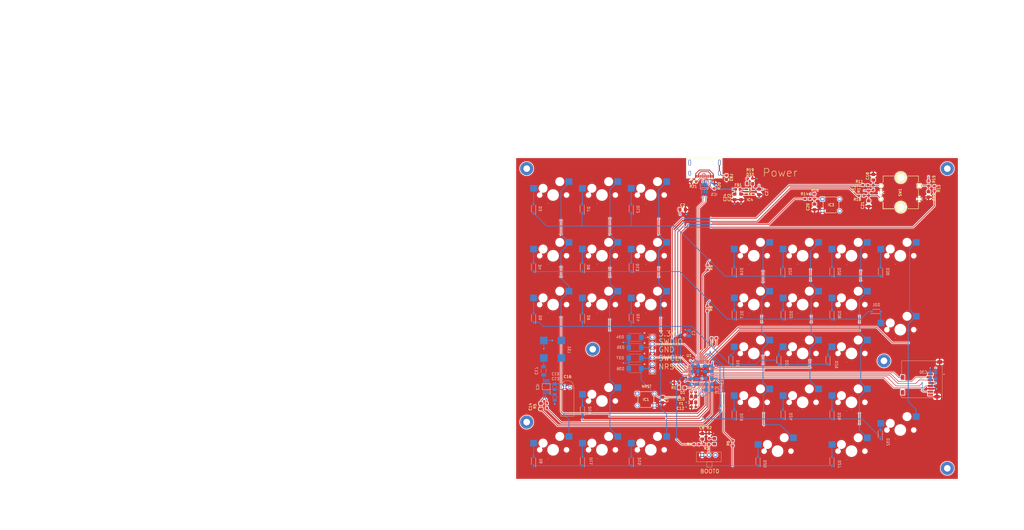
<source format=kicad_pcb>
(kicad_pcb (version 20240108) (generator "pcbnew") (generator_version "8.0")
  (layers (0 "F.Cu" signal) (1 "In1.Cu" power) (2 "In2.Cu" power) (31 "B.Cu" signal) (34 "B.Paste" user) (35 "F.Paste" user) (36 "B.SilkS" user "B.Silkscreen") (37 "F.SilkS" user "F.Silkscreen") (38 "B.Mask" user) (39 "F.Mask" user) (44 "Edge.Cuts" user))
  (net 0 "")
  (net 1 "GND")
  (net 2 "+3.3V")
  (net 3 "NRST")
  (net 4 "Net-(C8-Pad1)")
  (net 5 "Net-(U1-PF0)")
  (net 6 "Net-(U1-PF1)")
  (net 7 "Net-(IC2-BYPASS)")
  (net 8 "DAC_OUT")
  (net 9 "Net-(IC2-IN2-)")
  (net 10 "+3.3VA")
  (net 11 "Net-(IC2-VO2)")
  (net 12 "Net-(LS1-+)")
  (net 13 "Net-(C18-Pad1)")
  (net 14 "Net-(C19-Pad1)")
  (net 15 "Net-(C20-Pad1)")
  (net 16 "Net-(C21-Pad1)")
  (net 17 "VBUS")
  (net 18 "+5V")
  (net 19 "LED_STATS")
  (net 20 "Net-(D1-Pad1)")
  (net 21 "Net-(D2-K)")
  (net 22 "Net-(D2-A)")
  (net 23 "Net-(D3-A)")
  (net 24 "Net-(D12-K)")
  (net 25 "Net-(D13-K)")
  (net 26 "Net-(D4-A)")
  (net 27 "Net-(D5-A)")
  (net 28 "Net-(D14-K)")
  (net 29 "Net-(D11-K)")
  (net 30 "Net-(D6-A)")
  (net 31 "Net-(D7-A)")
  (net 32 "Net-(D8-A)")
  (net 33 "Net-(D9-A)")
  (net 34 "Net-(D10-A)")
  (net 35 "Net-(D10-K)")
  (net 36 "Net-(D11-A)")
  (net 37 "Net-(D12-A)")
  (net 38 "Net-(D13-A)")
  (net 39 "Net-(D14-A)")
  (net 40 "Net-(D15-A)")
  (net 41 "Net-(D16-A)")
  (net 42 "Net-(D17-A)")
  (net 43 "Net-(D18-A)")
  (net 44 "Net-(D19-A)")
  (net 45 "Net-(D20-A)")
  (net 46 "Net-(D21-A)")
  (net 47 "Net-(D22-A)")
  (net 48 "Net-(D23-A)")
  (net 49 "Net-(D24-A)")
  (net 50 "Net-(D25-A)")
  (net 51 "Net-(D26-A)")
  (net 52 "Net-(D27-A)")
  (net 53 "Net-(D28-A)")
  (net 54 "Net-(D29-A)")
  (net 55 "Net-(D30-A)")
  (net 56 "Net-(D31-A)")
  (net 57 "Net-(D32-A)")
  (net 58 "Net-(D33-Pad1)")
  (net 59 "SW_CLK")
  (net 60 "SW_DIO")
  (net 61 "Earth")
  (net 65 "Net-(IC2-~{SHUTDOWN})")
  (net 70 "USB_DM*")
  (net 71 "USB_DP")
  (net 72 "USB_DP*")
  (net 73 "USB_DM")
  (net 75 "Net-(J2-CC1)")
  (net 77 "Net-(J2-CC2)")
  (net 79 "SPI_SCK")
  (net 81 "CARD_DETECT")
  (net 82 "SPI_MOSI")
  (net 84 "SPI_CS")
  (net 85 "SPI_MISO")
  (net 86 "BOOT0")
  (net 87 "AMP_SHUTD")
  (net 88 "Row 5")
  (net 89 "Row 3")
  (net 90 "Row 2")
  (net 91 "Row 1")
  (net 92 "Row 4")
  (net 93 "ChnlA")
  (net 94 "BTN_MUTE")
  (net 95 "BTN_PLAY_PAUSE")
  (net 96 "ChnlB")
  (net 97 "Column 1")
  (net 98 "Column 2")
  (net 99 "Column 3")
  (net 100 "Column 4")
  (net 101 "Column 5")
  (net 102 "Column 6")
  (net 103 "Column 7")
  (net 111 "/3.3V")
  (footprint "Ferrite_bead_ILBB0603ER181V:ILBB0603ER181V" (layer "F.Cu") (at 181.67 67.34 -90)
    (property "Reference" "FB3")
    (property "Value" "180 @ 100 MHz" (hide yes))
  )
  (footprint "Resistor_SMD:R_0603_1608Metric_Pad0.98x0.95mm_HandSolder" (layer "F.Cu") (at 176.8875 128.2 180)
    (property "Reference" "R7")
    (property "Value" "10K" (hide yes))
  )
  (footprint "Cherry MX:Cherry-MX_PCB-Mounted_LTST-A683CEGBW_Kailh_Socket" (layer "F.Cu") (at 247.5 97)
    (property "Reference" "S29" (hide yes))
    (property "Value" "~")
  )
  (footprint "Cherry MX:Cherry-MX_PCB-Mounted_LTST-A683CEGBW_Kailh_Socket" (layer "F.Cu") (at 210.5 134)
    (property "Reference" "S22" (hide yes))
    (property "Value" "~")
  )
  (footprint "" (layer "F.Cu") (at 106 64)
    (property "Reference" "")
    (property "Value" "")
  )
  (footprint "TS026680BK160LCRD:TS026680BK160LCRD" (layer "F.Cu") (at 147.9 149.2)
    (property "Reference" "IC1")
    (property "Value" "TS02-66-80-BK-160-LCR-D" (hide yes))
  )
  (footprint "MEM2061-01-188-00-A(SD CARD):MEM20610118800A" (layer "F.Cu") (at 258.9125 149.585 90)
    (property "Reference" "J3" (hide yes))
    (property "Value" "MEM2061-01-188-00-A" (hide yes))
  )
  (footprint "Cherry MX:Cherry-MX_PCB-Mounted_LTST-A683CEGBW_Kailh_Socket" (layer "F.Cu") (at 116 74)
    (property "Reference" "S2" (hide yes))
    (property "Value" "~" (hide yes))
  )
  (footprint "" (layer "F.Cu") (at 106 160)
    (property "Reference" "")
    (property "Value" "")
  )
  (footprint "Cherry MX:Cherry-MX_PCB-Mounted_LTST-A683CEGBW_Kailh_Socket" (layer "F.Cu") (at 116 170.5)
    (property "Reference" "S5" (hide yes))
    (property "Value" "~")
  )
  (footprint "Cherry MX:Cherry-MX_PCB-Mounted_LTST-A683CEGBW_Kailh_Socket" (layer "F.Cu") (at 229 171)
    (property "Reference" "S26" (hide yes))
    (property "Value" "~")
  )
  (footprint "Cherry MX:Cherry-MX_PCB-Mounted_LTST-A683CEGBW_Kailh_Socket" (layer "F.Cu") (at 192 115.5)
    (property "Reference" "S16" (hide yes))
    (property "Value" "~")
  )
  (footprint "Resistor_SMD:R_0603_1608Metric_Pad0.98x0.95mm_HandSolder" (layer "F.Cu") (at 162.7875 145.1 180)
    (property "Reference" "R1")
    (property "Value" "280" (hide yes))
  )
  (footprint "" (layer "F.Cu") (at 265.3 177.5)
    (property "Reference" "")
    (property "Value" "")
  )
  (footprint "Cherry MX:Cherry-MX_PCB-Mounted_LTST-A683CEGBW_Kailh_Socket" (layer "F.Cu") (at 134.5 170.5)
    (property "Reference" "S10" (hide yes))
    (property "Value" "~")
  )
  (footprint "Package_QFP:LQFP-48_7x7mm_P0.5mm" (layer "F.Cu") (at 172 141.5 90)
    (property "Reference" "U1")
    (property "Value" "STM32F072C8Tx")
  )
  (footprint "Resistor_SMD:R_0603_1608Metric_Pad0.98x0.95mm_HandSolder" (layer "F.Cu") (at 258.2 69.5875 -90)
    (property "Reference" "R15")
    (property "Value" "10K")
  )
  (footprint "Capacitor_SMD:C_0805_2012Metric_Pad1.18x1.45mm_HandSolder" (layer "F.Cu") (at 235.5 77.25 -90)
    (property "Reference" "C21")
    (property "Value" "100n")
  )
  (footprint "Capacitor_SMD:C_0805_2012Metric_Pad1.18x1.45mm_HandSolder" (layer "F.Cu") (at 111.4 154 90)
    (property "Reference" "C14")
    (property "Value" "1u")
  )
  (footprint "Resistor_SMD:R_0603_1608Metric_Pad0.98x0.95mm_HandSolder" (layer "F.Cu") (at 174.4 116.9875 -90)
    (property "Reference" "R8")
    (property "Value" "10K" (hide yes))
  )
  (footprint "TSX-3225_16.0000MF09Z-AC3:TSX-3225_16.0000MF09Z-AC3" (layer "F.Cu") (at 169.2 151.4 90)
    (property "Reference" "Y1")
    (property "Value" "16 MHz" (hide yes))
  )
  (footprint "150080VS75000(WURTH GREEN LED):150080VS75000" (layer "F.Cu") (at 177.0875 167.25 -90)
    (property "Reference" "D2" (hide yes))
    (property "Value" "RED")
  )
  (footprint "Resistor_SMD:R_0603_1608Metric_Pad0.98x0.95mm_HandSolder" (layer "F.Cu") (at 190.5875 67.75)
    (property "Reference" "R19")
    (property "Value" "280")
  )
  (footprint "Cherry MX:Cherry-MX_PCB-Mounted_LTST-A683CEGBW_Kailh_Socket" (layer "F.Cu") (at 116 97)
    (property "Reference" "S3" (hide yes))
    (property "Value" "~")
  )
  (footprint "Cherry MX:Cherry-MX_PCB-Mounted_LTST-A683CEGBW_Kailh_Socket" (layer "F.Cu") (at 247.5 163)
    (property "Reference" "S31" (hide yes))
    (property "Value" "~")
  )
  (footprint "Capacitor_SMD:C_0603_1608Metric_Pad1.08x0.95mm_HandSolder" (layer "F.Cu") (at 169.1375 148.55)
    (property "Reference" "C10")
    (property "Value" "8pF" (hide yes))
  )
  (footprint "Resistor_SMD:R_0603_1608Metric_Pad0.98x0.95mm_HandSolder" (layer "F.Cu") (at 174.0875 168.4 180)
    (property "Reference" "R3")
    (property "Value" "10K")
  )
  (footprint "Resistor_SMD:R_0603_1608Metric_Pad0.98x0.95mm_HandSolder" (layer "F.Cu") (at 212.3375 75.4625)
    (property "Reference" "R14")
    (property "Value" "10K")
  )
  (footprint "Resistor_SMD:R_0603_1608Metric_Pad0.98x0.95mm_HandSolder" (layer "F.Cu") (at 170.2875 168.4)
    (property "Reference" "R4")
    (property "Value" "10k")
  )
  (footprint "Resistor_SMD:R_0603_1608Metric_Pad0.98x0.95mm_HandSolder" (layer "F.Cu") (at 235.5 73.25 -90)
    (property "Reference" "R17")
    (property "Value" "10K")
  )
  (footprint "Capacitor_SMD:C_0805_2012Metric_Pad1.18x1.45mm_HandSolder" (layer "F.Cu") (at 157.4 151.6 -90)
    (property "Reference" "C5")
    (property "Value" "100n")
  )
  (footprint "216990-0003(USB-C):216990-0003" (layer "F.Cu") (at 173.35 66.34 180)
    (property "Reference" "J2" (hide yes))
    (property "Value" "216990-0003" (hide yes))
  )
  (footprint "Cherry MX:Cherry-MX_PCB-Mounted_LTST-A683CEGBW_Kailh_Socket" (layer "F.Cu") (at 134.5 115.5)
    (property "Reference" "S8" (hide yes))
    (property "Value" "~")
  )
  (footprint "Resistor_SMD:R_0603_1608Metric_Pad0.98x0.95mm_HandSolder" (layer "F.Cu") (at 215 74.5 -90)
    (property "Reference" "R16")
    (property "Value" "10K")
  )
  (footprint "TSW-106-XX-YY-S:TSW-106-XX-YY-S" (layer "F.Cu") (at 153.6 127.92 -90)
    (property "Reference" "J1" (hide yes))
    (property "Value" "SWD header" (hide yes))
  )
  (footprint "TS026680BK160LCRD:TS026680BK160LCRD" (layer "F.Cu") (at 218 75.5)
    (property "Reference" "IC3")
    (property "Value" "TS02-66-80-BK-160-LCR-D" (hide yes))
  )
  (footprint "" (layer "F.Cu") (at 131 132.4)
    (property "Reference" "")
    (property "Value" "")
  )
  (footprint "Resistor_SMD:R_0603_1608Metric_Pad0.98x0.95mm_HandSolder" (layer "F.Cu") (at 237.25 71.25 90)
    (property "Reference" "R12")
    (property "Value" "10K")
  )
  (footprint "Resistor_SMD:R_0603_1608Metric_Pad0.98x0.95mm_HandSolder" (layer "F.Cu") (at 260.45 71.5 90)
    (property "Reference" "R13")
    (property "Value" "10K")
  )
  (footprint "Resistor_SMD:R_0603_1608Metric_Pad0.98x0.95mm_HandSolder" (layer "F.Cu") (at 232.75 74.25 180)
    (property "Reference" "R18")
    (property "Value" "10K")
  )
  (footprint "Capacitor_SMD:C_0805_2012Metric_Pad1.18x1.45mm_HandSolder" (layer "F.Cu") (at 258.2 73.75 -90)
    (property "Reference" "C19")
    (property "Value" "100n")
  )
  (footprint "Cherry MX:Cherry-MX_PCB-Mounted_LTST-A683CEGBW_Kailh_Socket" (layer "F.Cu") (at 134.5 97)
    (property "Reference" "S7" (hide yes))
    (property "Value" "~")
  )
  (footprint "" (layer "F.Cu") (at 265.3 64)
    (property "Reference" "")
    (property "Value" "")
  )
  (footprint "Capacitor_SMD:C_0603_1608Metric" (layer "F.Cu") (at 169.225 154.3 180)
    (property "Reference" "C12")
    (property "Value" "8pF" (hide yes))
  )
  (footprint "Cherry MX:Cherry-MX_PCB-Mounted_LTST-A683CEGBW_Kailh_Socket" (layer "F.Cu") (at 210.5 115.5)
    (property "Reference" "S21" (hide yes))
    (property "Value" "~")
  )
  (footprint "Cherry MX:Cherry-MX_PCB-Mounted_LTST-A683CEGBW_Kailh_Socket" (layer "F.Cu") (at 201 171)
    (property "Reference" "S19" (hide yes))
    (property "Value" "~")
  )
  (footprint "Cherry MX:Cherry-MX_PCB-Mounted_LTST-A683CEGBW_Kailh_Socket" (layer "F.Cu") (at 192 152.5)
    (property "Reference" "S18" (hide yes))
    (property "Value" "~")
  )
  (footprint "Cherry MX:Cherry-MX_PCB-Mounted_LTST-A683CEGBW_Kailh_Socket" (layer "F.Cu") (at 134.5 74)
    (property "Reference" "S6" (hide yes))
    (property "Value" "~" (hide yes))
  )
  (footprint "Resistor_SMD:R_0603_1608Metric_Pad0.98x0.95mm_HandSolder" (layer "F.Cu") (at 175.0875 165.25 90)
    (property "Reference" "R2")
    (property "Value" "280")
  )
  (footprint "SLW-913535-2A-RA-D:SLW-913535-2A-RA-D" (layer "F.Cu") (at 174.9875 172.4375 180)
    (property "Reference" "S1" (hide yes))
    (property "Value" "SLW-913535-2A-RA-D" (hide yes))
  )
  (footprint "Cherry MX:Cherry-MX_PCB-Mounted_LTST-A683CEGBW_Kailh_Socket" (layer "F.Cu") (at 229 115.5)
    (property "Reference" "S27" (hide yes))
    (property "Value" "~")
  )
  (footprint "Cherry MX:Cherry-MX_PCB-Mounted_LTST-A683CEGBW_Kailh_Socket" (layer "F.Cu") (at 229 97)
    (property "Reference" "S24" (hide yes))
    (property "Value" "~")
  )
  (footprint "Cherry MX:Cherry-MX_PCB-Mounted_LTST-A683CEGBW_Kailh_Socket" (layer "F.Cu") (at 210.5 152.5)
    (property "Reference" "S23" (hide yes))
    (property "Value" "~")
  )
  (footprint "Resistor_SMD:R_0603_1608Metric_Pad0.98x0.95mm_HandSolder" (layer "F.Cu") (at 234.25 70.25)
    (property "Reference" "R11")
    (property "Value" "10K")
  )
  (footprint "PEC12R4125FS0012:PEC12R4125FS0012" (layer "F.Cu") (at 254.675 70.5 -90)
    (property "Reference" "SW1")
    (property "Value" "PEC12R-4125F-S0012" (hide yes))
  )
  (footprint "Capacitor_SMD:C_0805_2012Metric_Pad1.18x1.45mm_HandSolder" (layer "F.Cu") (at 215 78.5 -90)
    (property "Reference" "C20")
    (property "Value" "100n")
  )
  (footprint "150080VS75000(WURTH GREEN LED):150080VS75000" (layer "F.Cu") (at 190.5 69.75)
    (property "Reference" "D33")
    (property "Value" "GREEN")
  )
  (footprint "Cherry MX:Cherry-MX_PCB-Mounted_LTST-A683CEGBW_Kailh_Socket" (layer "F.Cu") (at 153 74)
    (property "Reference" "S11" (hide yes))
    (property "Value" "~")
  )
  (footprint "Cherry MX:Cherry-MX_PCB-Mounted_LTST-A683CEGBW_Kailh_Socket" (layer "F.Cu") (at 229 152.5)
    (property "Reference" "S25" (hide yes))
    (property "Value" "~")
  )
  (footprint "Resistor_SMD:R_0603_1608Metric_Pad0.98x0.95mm_HandSolder" (layer "F.Cu") (at 177.07 70.64 -90)
    (property "Reference" "R20")
    (property "Value" "5.1k")
  )
  (footprint "Cherry MX:Cherry-MX_PCB-Mounted_LTST-A683CEGBW_Kailh_Socket" (layer "F.Cu") (at 192 134)
    (property "Reference" "S17" (hide yes))
    (property "Value" "~")
  )
  (footprint "Cherry MX:Cherry-MX_PCB-Mounted_LTST-A683CEGBW_Kailh_Socket" (layer "F.Cu") (at 153 170.5)
    (property "Reference" "S14" (hide yes))
    (property "Value" "~")
  )
  (footprint "Wurth Elektronik 10μF 16 V dc Aluminium Electrolytic Capacitor_860020372001:CAPPRD200W52D500H1250" (layer "F.Cu") (at 122.4 146.8 180)
    (property "Reference" "C16")
    (property "Value" "10u" (hide yes))
  )
  (footprint "" (layer "F.Cu") (at 241.3 136.8)
    (property "Reference" "")
    (property "Value" "")
  )
  (footprint "Cherry MX:Cherry-MX_PCB-Mounted_LTST-A683CEGBW_Kailh_Socket" (layer "F.Cu") (at 247.5 125)
    (property "Reference" "S30" (hide yes))
    (property "Value" "~")
  )
  (footprint "Resistor_SMD:R_0603_1608Metric_Pad0.98x0.95mm_HandSolder" (layer "F.Cu") (at 184 168 90)
    (property "Reference" "R6")
    (property "Value" "10K" (hide yes))
  )
  (footprint "Cherry MX:Cherry-MX_PCB-Mounted_LTST-A683CEGBW_Kailh_Socket" (layer "F.Cu") (at 210.5 97)
    (property "Reference" "S20" (hide yes))
    (property "Value" "~")
  )
  (footprint "Cherry MX:Cherry-MX_PCB-Mounted_LTST-A683CEGBW_Kailh_Socket" (layer "F.Cu") (at 192 97)
    (property "Reference" "S15" (hide yes))
    (property "Value" "~")
  )
  (footprint "Capacitor_SMD:C_0805_2012Metric_Pad1.18x1.45mm_HandSolder" (layer "F.Cu") (at 165.0625 79.5)
    (property "Reference" "C2")
    (property "Value" "100n")
  )
  (footprint "Cherry MX:Cherry-MX_PCB-Mounted_LTST-A683CEGBW_Kailh_Socket" (layer "F.Cu") (at 153 115.5)
    (property "Reference" "S13" (hide yes))
    (property "Value" "~")
  )
  (footprint "Ferrite_bead_ILBB0603ER181V:ILBB0603ER181V" (layer "F.Cu") (at 185.95 71.8)
    (property "Reference" "FB1")
    (property "Value" "180 @ 100 MHz")
  )
  (footprint "Resistor_SMD:R_0603_1608Metric_Pad0.98x0.95mm_HandSolder" (layer "F.Cu") (at 174.5 101.5125 -90)
    (property "Reference" "R9")
    (property "Value" "10K" (hide yes))
  )
  (footprint "MIC5504-3.3YM5-TR:SOT95P280X145-5N" (layer "F.Cu") (at 190.5 72.75)
    (property "Reference" "IC4")
    (property "Value" "MIC5504-3.3YM5-TR" (hide yes))
  )
  (footprint "Cherry MX:Cherry-MX_PCB-Mounted_LTST-A683CEGBW_Kailh_Socket" (layer "F.Cu") (at 134.5 152)
    (property "Reference" "S9" (hide yes))
    (property "Value" "~")
  )
  (footprint "Cherry MX:Cherry-MX_PCB-Mounted_LTST-A683CEGBW_Kailh_Socket" (layer "F.Cu") (at 229 134)
    (property "Reference" "S28" (hide yes))
    (property "Value" "~")
  )
  (footprint "Resistor_SMD:R_0603_1608Metric_Pad0.98x0.95mm_HandSolder" (layer "F.Cu") (at 169.27 68.94)
    (property "Reference" "R21")
    (property "Value" "5.1k")
  )
  (footprint "Cherry MX:Cherry-MX_PCB-Mounted_LTST-A683CEGBW_Kailh_Socket" (layer "F.Cu") (at 153 97)
    (property "Reference" "S12" (hide yes))
    (property "Value" "~")
  )
  (footprint "Capacitor_SMD:C_0805_2012Metric_Pad1.18x1.45mm_HandSolder" (layer "F.Cu") (at 187.2 74.7125 -90)
    (property "Reference" "C24")
    (property "Value" "1u")
  )
  (footprint "Resistor_SMD:R_0603_1608Metric_Pad0.98x0.95mm_HandSolder" (layer "F.Cu") (at 113.6 153.8 -90)
    (property "Reference" "R5")
    (property "Value" "10K")
  )
  (footprint "Cherry MX:Cherry-MX_PCB-Mounted_LTST-A683CEGBW_Kailh_Socket" (layer "F.Cu") (at 116 115.5)
    (property "Reference" "S4" (hide yes))
    (property "Value" "~")
  )
  (footprint "150080VS75000(WURTH GREEN LED):150080VS75000" (layer "F.Cu") (at 164.75 147)
    (property "Reference" "D1")
    (property "Value" "GREEN")
  )
  (footprint "Capacitor_SMD:C_0805_2012Metric_Pad1.18x1.45mm_HandSolder" (layer "F.Cu") (at 237.25 67.25 90)
    (property "Reference" "C18")
    (property "Value" "100n")
  )
  (footprint "Capacitor_SMD:C_0805_2012Metric_Pad1.18x1.45mm_HandSolder" (layer "F.Cu") (at 172.4875 165.4 90)
    (property "Reference" "C8")
    (property "Value" "100n")
  )
  (footprint "Capacitor_SMD:C_0805_2012Metric_Pad1.18x1.45mm_HandSolder" (layer "F.Cu") (at 194 72.8 -90)
    (property "Reference" "C27")
    (property "Value" "1u")
  )
  (footprint "Capacitor_SMD:C_0805_2012Metric_Pad1.18x1.45mm_HandSolder" (layer "F.Cu") (at 184.7 74.7125 -90)
    (property "Reference" "C22")
    (property "Value" "1u")
  )
  (footprint "1N4148:SODFL3816X120N" (layer "B.Cu") (at 127.1 101.3 90)
    (property "Reference" "D8")
    (property "Value" "1N4148W" (hide yes))
  )
  (footprint "1N4148:SODFL3816X120N" (layer "B.Cu") (at 221.6 119.3 90)
    (property "Reference" "D28")
    (property "Value" "1N4148W" (hide yes))
  )
  (footprint "Capacitor_SMD:C_0805_2012Metric_Pad1.18x1.45mm_HandSolder" (layer "B.Cu") (at 170.4 144.6 90)
    (property "Reference" "C7")
    (property "Value" "4u7")
  )
  (footprint "1N4148:SODFL3816X120N" (layer "B.Cu") (at 183.3 136.4 90)
    (property "Reference" "D18")
    (property "Value" "1N4148W" (hide yes))
  )
  (footprint "Capacitor_SMD:C_0805_2012Metric_Pad1.18x1.45mm_HandSolder" (layer "B.Cu") (at 116.6 150.6 -90)
    (property "Reference" "C13")
    (property "Value" "1u")
  )
  (footprint "1N4148:SODFL3816X120N" (layer "B.Cu") (at 145.6 174.8 90)
    (property "Reference" "D15")
    (property "Value" "1N4148W" (hide yes))
  )
  (footprint "1N4148:SODFL3816X120N" (layer "B.Cu") (at 221.6 174.8 90)
    (property "Reference" "D27")
    (property "Value" "1N4148W" (hide yes))
  )
  (footprint "Capacitor_SMD:C_0805_2012Metric_Pad1.18x1.45mm_HandSolder" (layer "B.Cu") (at 174.9625 143.4 180)
    (property "Reference" "C23")
    (property "Value" "4u7")
  )
  (footprint "Capacitor_SMD:C_1206_3216Metric_Pad1.33x1.80mm_HandSolder" (layer "B.Cu") (at 112.4 140.5625 90)
    (property "Reference" "C17")
    (property "Value" "68u")
  )
  (footprint "1N4148:SODFL3816X120N" (layer "B.Cu") (at 240 103 90)
    (property "Reference" "D30")
    (property "Value" "1N4148W" (hide yes))
  )
  (footprint "1N4148:SODFL3816X120N" (layer "B.Cu") (at 108.6 101.3 90)
    (property "Reference" "D4")
    (property "Value" "1N4148W" (hide yes))
  )
  (footprint "p4smaj65:p4smaj65(DO-214AC)" (layer "B.Cu") (at 147 127.94 180)
    (property "Reference" "D34")
    (property "Value" "~")
  )
  (footprint "1N4148:SODFL3816X120N" (layer "B.Cu") (at 108.6 174.8 90)
    (property "Reference" "D6")
    (property "Value" "1N4148W" (hide yes))
  )
  (footprint "1N4148:SODFL3816X120N" (layer "B.Cu") (at 220.1 136.4 90)
    (property "Reference" "D29")
    (property "Value" "1N4148W" (hide yes))
  )
  (footprint "1N4148:SODFL3816X120N" (layer "B.Cu") (at 127 79.2 90)
    (property "Reference" "D7")
    (property "Value" "1N4148W" (hide yes))
  )
  (footprint "Capacitor_SMD:C_0805_2012Metric_Pad1.18x1.45mm_HandSolder" (layer "B.Cu") (at 116.6 146.6 -90)
    (property "Reference" "C15")
    (property "Value" "100n")
  )
  (footprint "1N4148:SODFL3816X120N" (layer "B.Cu") (at 108.6 120.5 90)
    (property "Reference" "D5")
    (property "Value" "1N4148W" (hide yes))
  )
  (footprint "1N4148:SODFL3816X120N" (layer "B.Cu") (at 221.6 157.1 90)
    (property "Reference" "D26")
    (property "Value" "1N4148W" (hide yes))
  )
  (footprint "1N4148:SODFL3816X120N" (layer "B.Cu") (at 145.6 120.4 90)
    (property "Reference" "D14")
    (property "Value" "1N4148W" (hide yes))
  )
  (footprint "Capacitor_SMD:C_0805_2012Metric_Pad1.18x1.45mm_HandSolder" (layer "B.Cu") (at 167.5 126.3375 90)
    (property "Reference" "C1")
    (property "Value" "100n")
  )
  (footprint "1N4148:SODFL3816X120N" (layer "B.Cu") (at 145.6 101.3 90)
    (property "Reference" "D13")
    (property "Value" "1N4148W" (hide yes))
  )
  (footprint "Capacitor_SMD:C_0805_2012Metric_Pad1.18x1.45mm_HandSolder" (layer "B.Cu") (at 175.8 139.8 -90)
    (property "Reference" "C6")
    (property "Value" "100n" (hide yes))
  )
  (footprint "1N4148:SODFL3816X120N" (layer "B.Cu") (at 238.4 118.1)
    (property "Reference" "D31")
    (property "Value" "1N4148W" (hide yes))
  )
  (footprint "Capacitor_SMD:C_0805_2012Metric_Pad1.18x1.45mm_HandSolder" (layer "B.Cu") (at 169.8 138.6)
    (property "Reference" "C4")
    (property "Value" "100n")
  )
  (footprint "Capacitor_SMD:C_0805_2012Metric_Pad1.18x1.45mm_HandSolder" (layer "B.Cu") (at 259.8375 143.6 180)
    (property "Reference" "C28")
    (property "Value" "100n")
  )
  (footprint "1N4148:SODFL3816X120N" (layer "B.Cu") (at 184.6 119.3 90)
    (property "Reference" "D17")
    (property "Value" "1N4148W" (hide yes))
  )
  (footprint "1N4148:SODFL3816X120N" (layer "B.Cu") (at 203.1 157 90)
    (property "Reference" "D24")
    (property "Value" "1N4148W" (hide yes))
  )
  (footprint "1N4148:SODFL3816X120N" (layer "B.Cu") (at 127.1 174.8 90)
    (property "Reference" "D11")
    (property "Value" "1N4148W" (hide yes))
  )
  (footprint "Ferrite_bead_ILBB0603ER181V:ILBB0603ER181V" (layer "B.Cu") (at 177.8 144.4 -90)
    (property "Reference" "FB2")
    (property "Value" "180 @ 100 MHz")
  )
  (footprint "1N4148:SODFL3816X120N" (layer "B.Cu") (at 201.5 136.4 90)
    (property "Reference" "D23")
    (property "Value" "1N4148W" (hide yes))
  )
  (footprint "USBLC6-2SC6:SOT95P280X145-6N" (layer "B.Cu") (at 173.27 71.54 -90)
    (property "Reference" "IC5")
    (property "Value" "USBLC6-2SC6" (hide yes))
  )
  (footprint "1N4148:SODFL3816X120N" (layer "B.Cu") (at 127.1 120.4 90)
    (property "Reference" "D9")
    (property "Value" "1N4148W" (hide yes))
  )
  (footprint "1N4148:SODFL3816X120N" (layer "B.Cu") (at 145.6 79.2 90)
    (property "Reference" "D12")
    (property "Value" "1N4148W" (hide yes))
  )
  (footprint "Capacitor_SMD:C_0805_2012Metric_Pad1.18x1.45mm_HandSolder" (layer "B.Cu") (at 175 145.65 180)
    (property "Reference" "C25")
    (property "Value" "4u7")
  )
  (footprint "1N4148:SODFL3816X120N" (layer "B.Cu") (at 184.6 103 90)
    (property "Reference" "D16")
    (property "Value" "1N4148W" (hide yes))
  )
  (footprint "1N4148:SODFL3816X120N" (layer "B.Cu") (at 203 103 90)
    (property "Reference" "D21")
    (property "Value" "1N4148W" (hide yes))
  )
  (footprint "1N4148:SODFL3816X120N" (layer "B.Cu") (at 203.1 119.3 90)
    (property "Reference" "D22")
    (property "Value" "1N4148W" (hide yes))
  )
  (footprint "Capacitor_SMD:C_0805_2012Metric_Pad1.18x1.45mm_HandSolder" (layer "B.Cu") (at 173.6 139.7625 -90)
    (property "Reference" "C9")
    (property "Value" "4u7" (hide yes))
  )
  (footprint "p4smaj65:p4smaj65(DO-214AC)" (layer "B.Cu") (at 147 139.74 180)
    (property "Reference" "D36")
    (property "Value" "~")
  )
  (footprint "Capacitor_SMD:C_0805_2012Metric_Pad1.18x1.45mm_HandSolder" (layer "B.Cu") (at 259.8375 141.2 180)
    (property "Reference" "C30")
    (property "Value" "4u7")
  )
  (footprint "1N4148:SODFL3816X120N" (layer "B.Cu") (at 239.9 164.6 90)
    (property "Reference" "D32")
    (property "Value" "1N4148W" (hide yes))
  )
  (footprint "1N4148:SODFL3816X120N" (layer "B.Cu") (at 184.6 157.1 90)
    (property "Reference" "D19")
    (property "Value" "1N4148W" (hide yes))
  )
  (footprint "Capacitor_SMD:C_0805_2012Metric_Pad1.18x1.45mm_HandSolder" (layer "B.Cu") (at 168.15 144.6 90)
    (property "Reference" "C3")
    (property "Value" "100n")
  )
  (footprint "p4smaj65:p4smaj65(DO-214AC)" (layer "B.Cu") (at 147 135.74 180)
    (property "Reference" "D37")
    (property "Value" "~")
  )
  (footprint "Capacitor_SMD:C_0805_2012Metric_Pad1.18x1.45mm_HandSolder" (layer "B.Cu") (at 169.8 140.8)
    (property "Reference" "C11")
    (property "Value" "4u7")
  )
  (footprint "TPA6102A2DGKR:SOP65P490X110-8N" (layer "B.Cu") (at 113.4 146.5625 90)
    (property "Reference" "IC2")
    (property "Value" "TPA6102A2DGKR" (hide yes))
  )
  (footprint "Capacitor_SMD:C_0805_2012Metric_Pad1.18x1.45mm_HandSolder" (layer "B.Cu") (at 175 147.8 180)
    (property "Reference" "C26")
    (property "Value" "100n")
  )
  (footprint "Resistor_SMD:R_0603_1608Metric_Pad0.98x0.95mm_HandSolder" (layer "B.Cu") (at 179.2 154.75 90)
    (property "Reference" "R10")
    (property "Value" "10K" (hide yes))
  )
  (footprint "1N4148:SODFL3816X120N" (layer "B.Cu") (at 127.1 155.5 90)
    (property "Reference" "D10")
    (property "Value" "1N4148W" (hide yes))
  )
  (footprint "1N4148:SODFL3816X120N" (layer "B.Cu") (at 221.6 103 90)
    (property "Reference" "D25")
    (property "Value" "1N4148W" (hide yes))
  )
  (footprint "p4smaj65:p4smaj65(DO-214AC)" (layer "B.Cu") (at 147 131.74 180)
    (property "Reference" "D35")
    (property "Value" "~")
  )
  (footprint "1N4148:SODFL3816X120N" (layer "B.Cu") (at 108.6 79.2 90)
    (property "Reference" "D3")
    (property "Value" "1N4148W" (hide yes))
  )
  (footprint "SMT-0830-T-HT-R:SMT-0830-T-HT-R" (layer "B.Cu") (at 115.8 132.4 90)
    (property "Reference" "LS1")
    (property "Value" "SMT-0830-T-HT-R")
  )
  (footprint "1N4148:SODFL3816X120N" (layer "B.Cu") (at 193.6 174.8 90)
    (property "Reference" "D20")
    (property "Value" "1N4148W" (hide yes))
  )
  (gr_rect (start 101.5 59.5) (end 269.8 182) (stroke (width 0.05)) (fill none) (layer "Edge.Cuts"))
  (gr_text "BOOT0\n" (at 171.6 179.5 0) (layer "F.SilkS") (effects (font (size 1.5 1.5) (thickness 0.18) (bold yes)) (justify left bottom)))
  (gr_text "SWCLK" (at 155.8 136.9 0) (layer "F.SilkS") (effects (font (size 2 2) (thickness 0.18) (bold yes)) (justify left bottom)))
  (gr_text "NRST" (at 149.4 147.1 0) (layer "F.SilkS") (effects (font (size 1 1) (thickness 0.18) (bold yes)) (justify left bottom)))
  (gr_text "Power" (at 195.2 67.3 0) (layer "F.SilkS") (effects (font (size 3 3) (thickness 0.18) (bold yes)) (justify left bottom)))
  (gr_text "3.3V\n" (at 155.8 127.7 0) (layer "F.SilkS") (effects (font (size 2 2) (thickness 0.18) (bold yes)) (justify left bottom)))
  (gr_text "NRST" (at 155.8 140.2 0) (layer "F.SilkS") (effects (font (size 2 2) (thickness 0.18) (bold yes)) (justify left bottom)))
  (gr_text "GND\n" (at 155.8 133.7 0) (layer "F.SilkS") (effects (font (size 2 2) (thickness 0.18) (bold yes)) (justify left bottom)))
  (gr_text "SWDIO" (at 155.8 130.7 0) (layer "F.SilkS") (effects (font (size 2 2) (thickness 0.18) (bold yes)) (justify left bottom)))
  (segment (start 170 150.775) (end 170 150.3) (width 0.3) (layer "F.Cu") (net 1))
  (segment (start 191.5 67.75) (end 193.2 67.75) (width 0.3) (layer "F.Cu") (net 1))
  (segment (start 181.67 68.14) (end 176.67 68.14) (width 0.3) (layer "F.Cu") (net 1))
  (segment (start 261.185 147.385) (end 259.1125 147.385) (width 0.3) (layer "F.Cu") (net 1))
  (segment (start 194 73.8375) (end 195.4625 73.8375) (width 0.3) (layer "F.Cu") (net 1))
  (segment (start 170 66.89) (end 170 67.2975) (width 0.3) (layer "F.Cu") (net 1))
  (segment (start 175.0875 164.3375) (end 176.8 164.3375) (width 0.3) (layer "F.Cu") (net 1))
  (segment (start 176.7 68.11) (end 176.7 66.89) (width 0.3) (layer "F.Cu") (net 1))
  (segment (start 166.1 81.1) (end 166.1 79.5) (width 0.3) (layer "F.Cu") (net 1))
  (segment (start 154.4 153.7) (end 156.3375 153.7) (width 0.3) (layer "F.Cu") (net 1))
  (segment (start 254.675 75.5) (end 257.4875 75.5) (width 0.3) (layer "F.Cu") (net 1))
  (segment (start 261.2 150.1625) (end 261.2 147.4) (width 0.3) (layer "F.Cu") (net 1))
  (segment (start 184.7 75.75) (end 186 75.75) (width 0.3) (layer "F.Cu") (net 1))
  (segment (start 239.4125 66.2125) (end 237.25 66.2125) (width 0.3) (layer "F.Cu") (net 1))
  (segment (start 161.875 145.1) (end 160.5 145.1) (width 0.3) (layer "F.Cu") (net 1))
  (segment (start 172.5 148.2) (end 172.75 147.95) (width 0.3) (layer "F.Cu") (net 1))
  (segment (start 261.2 147.4) (end 261.185 147.385) (width 0.3) (layer "F.Cu") (net 1))
  (segment (start 240.175 73) (end 243 73) (width 0.3) (layer "F.Cu") (net 1))
  (segment (start 168.4 152.125) (end 168.4 152.5) (width 0.3) (layer "F.Cu") (net 1))
  (segment (start 177.07 69.7275) (end 177.07 68.64) (width 0.3) (layer "F.Cu") (net 1))
  (segment (start 189.25 72.75) (end 192.7125 72.75) (width 0.3) (layer "F.Cu") (net 1))
  (segment (start 177.07 68.64) (end 176.62 68.19) (width 0.3) (layer "F.Cu") (net 1))
  (segment (start 172.75 147.95) (end 172.75 145.6625) (width 0.3) (layer "F.Cu") (net 1))
  (segment (start 175.17 64.54) (end 176.7 66.07) (width 0.3) (layer "F.Cu") (net 1))
  (segment (start 215 79.5375) (end 217.5375 79.5375) (width 0.3) (layer "F.Cu") (net 1))
  (segment (start 187.2 75.75) (end 187.2 77.45) (width 0.3) (layer "F.Cu") (net 1))
  (segment (start 262.4125 146.1875) (end 261.2 147.4) (width 0.3) (layer "F.Cu") (net 1))
  (segment (start 261.4125 150.375) (end 261.2 150.1625) (width 0.3) (layer "F.Cu") (net 1))
  (segment (start 195.4625 73.8375) (end 195.5 73.8) (width 0.3) (layer "F.Cu") (net 1))
  (segment (start 176.7 66.07) (end 176.7 66.89) (width 0.3) (layer "F.Cu") (net 1))
  (segment (start 166.4 81.4) (end 166.1 81.1) (width 0.3) (layer "F.Cu") (net 1))
  (segment (start 176.67 68.14) (end 176.62 68.19) (width 0.3) (layer "F.Cu") (net 1))
  (segment (start 177.8 138.5) (end 177.05 139.25) (width 0.3) (layer "F.Cu") (net 1))
  (segment (start 243 76) (end 243 73) (width 0.3) (layer "F.Cu") (net 1))
  (segment (start 257.4875 75.5) (end 258.2 74.7875) (width 0.3) (layer "F.Cu") (net 1))
  (segment (start 169 135.6) (end 169.75 136.35) (width 0.3) (layer "F.Cu") (net 1))
  (segment (start 240.7125 78.2875) (end 243 76) (width 0.3) (layer "F.Cu") (net 1))
  (segment (start 243 69.8) (end 239.4125 66.2125) (width 0.3) (layer "F.Cu") (net 1))
  (segment (start 184.7 75.75) (end 184.7 77.45) (width 0.3) (layer "F.Cu") (net 1))
  (segment (start 170 150.525) (end 168.4 152.125) (width 0.3) (layer "F.Cu") (net 1))
  (segment (start 168.4 154.25) (end 168.45 154.3) (width 0.3) (layer "F.Cu") (net 1))
  (segment (start 170 148.55) (end 170 150.3) (width 0.3) (layer "F.Cu") (net 1))
  (segment (start 169.75 136.35) (end 169.75 137.3375) (width 0.3) (layer "F.Cu") (net 1))
  (segment (start 176.62 68.19) (end 176.7 68.11) (width 0.3) (layer "F.Cu") (net 1))
  (segment (start 170 67.2975) (end 168.3575 68.94) (width 0.3) (layer "F.Cu") (net 1))
  (segment (start 156.3375 153.7) (end 157.4 152.6375) (width 0.3) (layer "F.Cu") (net 1))
  (segment (start 262.4125 137.225) (end 262.4125 146.1875) (width 0.3) (layer "F.Cu") (net 1))
  (segment (start 170 150.3) (end 170 150.525) (width 0.3) (layer "F.Cu") (net 1))
  (segment (start 168.4 152.5) (end 168.4 154.25) (width 0.3) (layer "F.Cu") (net 1))
  (segment (start 166.4 152.5) (end 168.4 152.5) (width 0.3) (layer "F.Cu") (net 1))
  (segment (start 186 75.75) (end 187.2 75.75) (width 0.3) (layer "F.Cu") (net 1))
  (segment (start 217.5375 79.5375) (end 218 80) (width 0.3) (layer "F.Cu") (net 1))
  (segment (start 194 73.8375) (end 194 75.2) (width 0.3) (layer "F.Cu") (net 1))
  (segment (start 235.5 78.2875) (end 240.7125 78.2875) (width 0.3) (layer "F.Cu") (net 1))
  (segment (start 175.0625 164.3625) (end 175.0875 164.3375) (width 0.3) (layer "F.Cu") (net 1))
  (segment (start 166 143.6) (end 166.15 143.75) (width 0.3) (layer "F.Cu") (net 1))
  (segment (start 177.05 139.25) (end 176.1625 139.25) (width 0.3) (layer "F.Cu") (net 1))
  (segment (start 192.7125 72.75) (end 194 74.0375) (width 0.3) (layer "F.Cu") (net 1))
  (segment (start 171.37 64.54) (end 175.17 64.54) (width 0.3) (layer "F.Cu") (net 1))
  (segment (start 166.15 143.75) (end 167.8375 143.75) (width 0.3) (layer "F.Cu") (net 1))
  (segment (start 170 65.91) (end 171.37 64.54) (width 0.3) (layer "F.Cu") (net 1))
  (segment (start 166.4 154.3) (end 168.45 154.3) (width 0.3) (layer "F.Cu") (net 1))
  (segment (start 243 73) (end 243 69.8) (width 0.3) (layer "F.Cu") (net 1))
  (segment (start 170 66.89) (end 170 65.91) (width 0.3) (layer "F.Cu") (net 1))
  (segment (start 172.4875 164.3625) (end 175.0625 164.3625) (width 0.3) (layer "F.Cu") (net 1))
  (via (at 176.62 68.19) (size 0.6) (drill 0.3) (layers "F.Cu" "B.Cu") (net 1))
  (via (at 195.5 73.8) (size 0.6) (drill 0.3) (layers "F.Cu" "B.Cu") (net 1))
  (via (at 166 125) (size 0.6) (drill 0.3) (layers "F.Cu" "B.Cu") (net 1))
  (via (at 142.6 129.8) (size 0.6) (drill 0.3) (layers "F.Cu" "B.Cu") (net 1))
  (via (at 172.2 140.6) (size 0.6) (drill 0.3) (layers "F.Cu" "B.Cu") (net 1))
  (via (at 142.6 137.6) (size 0.6) (drill 0.3) (layers "F.Cu" "B.Cu") (net 1))
  (via (at 261.2 147.4) (size 0.6) (drill 0.3) (layers "F.Cu" "B.Cu") (net 1))
  (via (at 172.4 142.4) (size 0.6) (drill 0.3) (layers "F.Cu" "B.Cu") (net 1))
  (via (at 258.8 139.5) (size 0.6) (drill 0.3) (layers "F.Cu" "B.Cu") (net 1))
  (via (at 169 135.6) (size 0.6) (drill 0.3) (layers "F.Cu" "B.Cu") (net 1))
  (via (at 176.8 164.3375) (size 0.6) (drill 0.3) (layers "F.Cu" "B.Cu") (net 1))
  (via (at 187.2 77.45) (size 0.6) (drill 0.3) (layers "F.Cu" "B.Cu") (net 1))
  (via (at 177.8 138.5) (size 0.6) (drill 0.3) (layers "F.Cu" "B.Cu") (net 1))
  (via (at 194 75.2) (size 0.6) (drill 0.3) (layers "F.Cu" "B.Cu") (net 1))
  (via (at 116.6 153.2) (size 0.6) (drill 0.3) (layers "F.Cu" "B.Cu") (net 1))
  (via (at 115.675 129.075) (size 0.6) (drill 0.3) (layers "F.Cu" "B.Cu") (net 1))
  (via (at 166 143.6) (size 0.6) (drill 0.3) (layers "F.Cu" "B.Cu") (net 1))
  (via (at 184.7 77.45) (size 0.6) (drill 0.3) (layers "F.Cu" "B.Cu") (net 1))
  (via (at 172.5 148.2) (size 0.6) (drill 0.3) (layers "F.Cu" "B.Cu") (net 1))
  (via (at 193.2 67.75) (size 0.6) (drill 0.3) (layers "F.Cu" "B.Cu") (net 1))
  (via (at 170.8 142.2) (size 0.6) (drill 0.3) (layers "F.Cu" "B.Cu") (net 1))
  (via (at 112.5 132.2) (size 0.6) (drill 0.3) (layers "F.Cu" "B.Cu") (net 1))
  (via (at 166.4 152.5) (size 0.6) (drill 0.3) (layers "F.Cu" "B.Cu") (net 1))
  (via (at 166.4 81.4) (size 0.6) (drill 0.3) (layers "F.Cu" "B.Cu") (net 1))
  (via (at 160.5 145.1) (size 0.6) (drill 0.3) (layers "F.Cu" "B.Cu") (net 1))
  (via (at 166.4 154.3) (size 0.6) (drill 0.3) (layers "F.Cu" "B.Cu") (net 1))
  (segment (start 258.8 141.2) (end 258.8 139.5) (width 0.3) (layer "B.Cu") (net 1))
  (segment (start 113.725 148.7625) (end 113.725 147.8625) (width 0.3) (layer "B.Cu") (net 1))
  (segment (start 175.7625 140.8) (end 175.8 140.8375) (width 0.3) (layer "B.Cu") (net 1))
  (segment (start 174.148896 147.35) (end 174.280698 147.481802) (width 0.3) (layer "B.Cu") (net 1))
  (segment (start 176.62 68.19) (end 173.62 68.19) (width 0.3) (layer "B.Cu") (net 1))
  (segment (start 115.675 129.075) (end 112.475 129.075) (width 0.3) (layer "B.Cu") (net 1))
  (segment (start 144.65 137.6) (end 144.65 135.74) (width 0.3) (layer "B.Cu") (net 1))
  (segment (start 144.65 127.94) (end 144.65 129.8) (width 0.3) (layer "B.Cu") (net 1))
  (segment (start 172.9 147.8) (end 173.9625 147.8) (width 0.3) (layer "B.Cu") (net 1))
  (segment (start 175.8 140.8375) (end 175.8 140.5) (width 0.3) (layer "B.Cu") (net 1))
  (segment (start 258.8 145) (end 261.2 147.4) (width 0.3) (layer "B.Cu") (net 1))
  (segment (start 172.4 142.4) (end 173.117157 143.117157) (width 0.3) (layer "B.Cu") (net 1))
  (segment (start 173.27 68.54) (end 173.27 70.29) (width 0.3) (layer "B.Cu") (net 1))
  (segment (start 170.625 140.8125) (end 170.5875 140.85) (width 0.3) (layer "B.Cu") (net 1))
  (segment (start 172.4 142.4) (end 171.2375 143.5625) (width 0.3) (layer "B.Cu") (net 1))
  (segment (start 173.117157 143.117157) (end 173.642158 143.117157) (width 0.3) (layer "B.Cu") (net 1))
  (segment (start 173.6 140.8) (end 175.7625 140.8) (width 0.3) (layer "B.Cu") (net 1))
  (segment (start 167.5 125.3) (end 166.3 125.3) (width 0.3) (layer "B.Cu") (net 1))
  (segment (start 166.3 125.3) (end 166 125) (width 0.3) (layer "B.Cu") (net 1))
  (segment (start 170.8375 137.4375) (end 170.8375 138.6) (width 0.3) (layer "B.Cu") (net 1))
  (segment (start 173.9625 145.65) (end 173.9625 147.35) (width 0.3) (layer "B.Cu") (net 1))
  (segment (start 173.9625 147.35) (end 174.148896 147.35) (width 0.3) (layer "B.Cu") (net 1))
  (segment (start 175.8 140.5) (end 177.8 138.5) (width 0.3) (layer "B.Cu") (net 1))
  (segment (start 170.8375 142.1625) (end 170.8 142.2) (width 0.3) (layer "B.Cu") (net 1))
  (segment (start 112.5 132.2) (end 112.475 132.175) (width 0.3) (layer "B.Cu") (net 1))
  (segment (start 168.15 143.5625) (end 170.4 143.5625) (width 0.3) (layer "B.Cu") (net 1))
  (segment (start 119.5625 147.6375) (end 120.4 146.8) (width 0.3) (layer "B.Cu") (net 1))
  (segment (start 116.6 151.6375) (end 116.6 153.2) (width 0.3) (layer "B.Cu") (net 1))
  (segment (start 144.65 139.74) (end 144.65 137.6) (width 0.3) (layer "B.Cu") (net 1))
  (segment (start 144.65 129.8) (end 144.65 131.74) (width 0.3) (layer "B.Cu") (net 1))
  (segment (start 168.1125 143.6) (end 168.15 143.5625) (width 0.3) (layer "B.Cu") (net 1))
  (segment (start 173.6 140.8) (end 172.4 140.8) (width 0.3) (layer "B.Cu") (net 1))
  (segment (start 171.2375 143.5625) (end 170.4 143.5625) (width 0.3) (layer "B.Cu") (net 1))
  (segment (start 173.62 68.19) (end 173.27 68.54) (width 0.3) (layer "B.Cu") (net 1))
  (segment (start 166.001331 143.601331) (end 166 143.6) (width 0.3) (layer "B.Cu") (net 1))
  (segment (start 113.725 147.8625) (end 113.95 147.6375) (width 0.3) (layer "B.Cu") (net 1))
  (segment (start 166 143.6) (end 168.1125 143.6) (width 0.3) (layer "B.Cu") (net 1))
  (segment (start 258.8 143.6) (end 258.8 145) (width 0.3) (layer "B.Cu") (net 1))
  (segment (start 175.8 140.8375) (end 175.9125 140.8375) (width 0.3) (layer "B.Cu") (net 1))
  (segment (start 172.4 140.8) (end 172.2 140.6) (width 0.3) (layer "B.Cu") (net 1))
  (segment (start 173.925 143.4) (end 173.925 145.6125) (width 0.3) (layer "B.Cu") (net 1))
  (segment (start 170.8375 140.8) (end 170.8375 138.6) (width 0.3) (layer "B.Cu") (net 1))
  (segment (start 113.95 147.6375) (end 116.6 147.6375) (width 0.3) (layer "B.Cu") (net 1))
  (segment (start 116.6 147.6375) (end 119.5625 147.6375) (width 0.3) (layer "B.Cu") (net 1))
  (segment (start 170.8375 140.8) (end 170.8375 142.1625) (width 0.3) (layer "B.Cu") (net 1))
  (segment (start 112.475 132.175) (end 112.475 129.075) (width 0.3) (layer "B.Cu") (net 1))
  (segment (start 169 135.6) (end 170.8375 137.4375) (width 0.3) (layer "B.Cu") (net 1))
  (segment (start 144.65 129.8) (end 142.6 129.8) (width 0.3) (layer "B.Cu") (net 1))
  (segment (start 173.925 145.6125) (end 173.9625 145.65) (width 0.3) (layer "B.Cu") (net 1))
  (segment (start 172.5 148.2) (end 172.9 147.8) (width 0.3) (layer "B.Cu") (net 1))
  (segment (start 258.8 141.2) (end 258.8 143.6) (width 0.3) (layer "B.Cu") (net 1))
  (segment (start 144.65 137.6) (end 142.6 137.6) (width 0.3) (layer "B.Cu") (net 1))
  (segment (start 214.9875 73.6) (end 215 73.5875) (width 0.3) (layer "F.Cu") (net 2))
  (segment (start 168.7375 137.3375) (end 169.25 137.3375) (width 0.3) (layer "F.Cu") (net 2))
  (segment (start 235.5 72.3375) (end 237.075 72.3375) (width 0.3) (layer "F.Cu") (net 2))
  (segment (start 168 136.6) (end 168.7375 137.3375) (width 0.3) (layer "F.Cu") (net 2))
  (segment (start 195.4625 71.7625) (end 195.5 71.8) (width 0.3) (layer "F.Cu") (net 2))
  (segment (start 193.9625 71.8) (end 194 71.7625) (width 0.3) (layer "F.Cu") (net 2))
  (segment (start 213.4 73.6) (end 214.9875 73.6) (width 0.3) (layer "F.Cu") (net 2))
  (segment (start 191.75 71.8) (end 193.9625 71.8) (width 0.3) (layer "F.Cu") (net 2))
  (segment (start 176.4 137.9) (end 176.1625 138.1375) (width 0.3) (layer "F.Cu") (net 2))
  (segment (start 194 71.7625) (end 194 70.3) (width 0.3) (layer "F.Cu") (net 2))
  (segment (start 176.1625 138.1375) (end 176.1625 138.75) (width 0.3) (layer "F.Cu") (net 2))
  (segment (start 191.55 71.6) (end 191.55 69.75) (width 0.3) (layer "F.Cu") (net 2))
  (segment (start 260.8 145.2) (end 259.1275 145.2) (width 0.3) (layer "F.Cu") (net 2))
  (segment (start 166.35 144.25) (end 167.8375 144.25) (width 0.3) (layer "F.Cu") (net 2))
  (segment (start 164.025 79.5) (end 164.025 81.325) (width 0.3) (layer "F.Cu") (net 2))
  (segment (start 166 144.6) (end 166.35 144.25) (width 0.3) (layer "F.Cu") (net 2))
  (segment (start 237.075 72.3375) (end 237.25 72.1625) (width 0.3) (layer "F.Cu") (net 2))
  (segment (start 235.5 72.3375) (end 233.8375 72.3375) (width 0.3) (layer "F.Cu") (net 2))
  (segment (start 258.2 68.675) (end 258.2 67) (width 0.3) (layer "F.Cu") (net 2))
  (segment (start 191.75 71.8) (end 191.55 71.6) (width 0.3) (layer "F.Cu") (net 2))
  (segment (start 169.25 145.6625) (end 167.8375 144.25) (width 0.3) (layer "F.Cu") (net 2))
  (segment (start 176.4 137.2) (end 176.4 137.9) (width 0.3) (layer "F.Cu") (net 2))
  (segment (start 164.025 81.325) (end 164.1 81.4) (width 0.3) (layer "F.Cu") (net 2))
  (segment (start 259.1275 145.2) (end 259.1125 145.185) (width 0.3) (layer "F.Cu") (net 2))
  (segment (start 194 71.7625) (end 195.4625 71.7625) (width 0.3) (layer "F.Cu") (net 2))
  (via (at 260.9 139.5) (size 0.6) (drill 0.3) (layers "F.Cu" "B.Cu") (net 2))
  (via (at 165.9 127) (size 0.6) (drill 0.3) (layers "F.Cu" "B.Cu") (net 2))
  (via (at 258.2 67) (size 0.6) (drill 0.3) (layers "F.Cu" "B.Cu") (net 2))
  (via (at 195.5 71.8) (size 0.6) (drill 0.3) (layers "F.Cu" "B.Cu") (net 2))
  (via (at 233.8375 72.3375) (size 0.6) (drill 0.3) (layers "F.Cu" "B.Cu") (net 2))
  (via (at 169.074999 142.211986) (size 0.6) (drill 0.3) (layers "F.Cu" "B.Cu") (net 2))
  (via (at 168 136.6) (size 0.6) (drill 0.3) (layers "F.Cu" "B.Cu") (net 2))
  (via (at 194 70.3) (size 0.6) (drill 0.3) (layers "F.Cu" "B.Cu") (net 2))
  (via (at 164.1 81.4) (size 0.6) (drill 0.3) (layers "F.Cu" "B.Cu") (net 2))
  (via (at 166 144.6) (size 0.6) (drill 0.3) (layers "F.Cu" "B.Cu") (net 2))
  (via (at 174.8 142) (size 0.6) (drill 0.3) (layers "F.Cu" "B.Cu") (net 2))
  (via (at 172.2 138.8) (size 0.6) (drill 0.3) (layers "F.Cu" "B.Cu") (net 2))
  (via (at 260.8 145.2) (size 0.6) (drill 0.3) (layers "F.Cu" "B.Cu") (net 2))
  (via (at 176.4 137.2) (size 0.6) (drill 0.3) (layers "F.Cu" "B.Cu") (net 2))
  (via (at 172.4 143.6) (size 0.6) (drill 0.3) (layers "F.Cu" "B.Cu") (net 2))
  (via (at 213.4 73.6) (size 0.6) (drill 0.3) (layers "F.Cu" "B.Cu") (net 2))
  (segment (start 166.275 127.375) (end 165.9 127) (width 0.3) (layer "B.Cu") (net 2))
  (segment (start 168 136.6) (end 168 136.725) (width 0.3) (layer "B.Cu") (net 2))
  (segment (start 260.875 141.2) (end 260.875 139.525) (width 0.3) (layer "B.Cu") (net 2))
  (segment (start 175.7625 138.725) (end 175.8 138.7625) (width 0.3) (layer "B.Cu") (net 2))
  (segment (start 168.15 145.6375) (end 167.925 145.6375) (width 0.3) (layer "B.Cu") (net 2))
  (segment (start 260.875 145.125) (end 260.875 143.6) (width 0.3) (layer "B.Cu") (net 2))
  (segment (start 177.6 143.4) (end 177.8 143.6) (width 0.3) (layer "B.Cu") (net 2))
  (segment (start 168.15 145.6375) (end 167.0375 145.6375) (width 0.3) (layer "B.Cu") (net 2))
  (segment (start 168.15 145.6375) (end 170.4 145.6375) (width 0.3) (layer "B.Cu") (net 2))
  (segment (start 168.55 140.8125) (end 168.5125 140.85) (width 0.3) (layer "B.Cu") (net 2))
  (segment (start 173.6 138.725) (end 172.275 138.725) (width 0.3) (layer "B.Cu") (net 2))
  (segment (start 260.8 145.2) (end 260.875 145.125) (width 0.3) (layer "B.Cu") (net 2))
  (segment (start 176 143.2) (end 174.8 142) (width 0.3) (layer "B.Cu") (net 2))
  (segment (start 167.925 145.6375) (end 167.8 145.7625) (width 0.3) (layer "B.Cu") (net 2))
  (segment (start 172.275 138.725) (end 172.2 138.8) (width 0.3) (layer "B.Cu") (net 2))
  (segment (start 260.875 139.525) (end 260.9 139.5) (width 0.3) (layer "B.Cu") (net 2))
  (segment (start 168 136.725) (end 168.7625 137.4875) (width 0.3) (layer "B.Cu") (net 2))
  (segment (start 168.7625 140.8) (end 168.7625 138.6) (width 0.3) (layer "B.Cu") (net 2))
  (segment (start 172.4 143.6) (end 172.4 143.6375) (width 0.3) (layer "B.Cu") (net 2))
  (segment (start 260.875 141.2) (end 260.875 143.6) (width 0.3) (layer "B.Cu") (net 2))
  (segment (start 153.58 127.94) (end 153.6 127.92) (width 0.3) (layer "B.Cu") (net 2))
  (segment (start 168.7625 137.4875) (end 168.7625 138.6) (width 0.3) (layer "B.Cu") (net 2))
  (segment (start 173.6 138.725) (end 175.7625 138.725) (width 0.3) (layer "B.Cu") (net 2))
  (segment (start 172.4 143.6375) (end 170.4 145.6375) (width 0.3) (layer "B.Cu") (net 2))
  (segment (start 149.35 127.94) (end 153.58 127.94) (width 0.3) (layer "B.Cu") (net 2))
  (segment (start 168.7625 141.899487) (end 169.074999 142.211986) (width 0.3) (layer "B.Cu") (net 2))
  (segment (start 167.0375 145.6375) (end 166 144.6) (width 0.3) (layer "B.Cu") (net 2))
  (segment (start 168.7625 140.8) (end 168.7625 141.899487) (width 0.3) (layer "B.Cu") (net 2))
  (segment (start 167.5 127.375) (end 166.275 127.375) (width 0.3) (layer "B.Cu") (net 2))
  (segment (start 176 143.4) (end 177.6 143.4) (width 0.3) (layer "B.Cu") (net 2))
  (segment (start 176 143.4) (end 176 143.2) (width 0.3) (layer "B.Cu") (net 2))
  (segment (start 176.4 137.2) (end 176.4 138.3625) (width 0.3) (layer "B.Cu") (net 2))
  (segment (start 154.4 149.2) (end 155.7625 150.5625) (width 0.2) (layer "F.Cu") (net 3))
  (segment (start 155.7625 150.5625) (end 157.4 150.5625) (width 0.2) (layer "F.Cu") (net 3))
  (segment (start 171.9 147.7) (end 172.25 147.35) (width 0.2) (layer "F.Cu") (net 3))
  (segment (start 163.8 150.5625) (end 157.4 150.5625) (width 0.2) (layer "F.Cu") (net 3))
  (segment (start 171.9 148.9) (end 171.9 147.7) (width 0.2) (layer "F.Cu") (net 3))
  (segment (start 172.25 147.35) (end 172.25 145.6625) (width 0.2) (layer "F.Cu") (net 3))
  (via (at 163.8 150.5625) (size 0.6) (drill 0.3) (layers "F.Cu" "B.Cu") (net 3))
  (via (at 171.9 148.9) (size 0.6) (drill 0.3) (layers "F.Cu" "B.Cu") (net 3))
  (segment (start 151.94 139.74) (end 153.6 138.08) (width 0.4) (layer "B.Cu") (net 3))
  (segment (start 163.8375 150.6) (end 170.2 150.6) (width 0.2) (layer "B.Cu") (net 3))
  (segment (start 149.35 139.74) (end 151.94 139.74) (width 0.4) (layer "B.Cu") (net 3))
  (segment (start 163.8 150.5625) (end 163.8375 150.6) (width 0.2) (layer "B.Cu") (net 3))
  (segment (start 149.35 144.15) (end 149.35 139.74) (width 0.3) (layer "B.Cu") (net 3))
  (segment (start 170.2 150.6) (end 171.9 148.9) (width 0.2) (layer "B.Cu") (net 3))
  (segment (start 154.4 149.2) (end 149.35 144.15) (width 0.3) (layer "B.Cu") (net 3))
  (segment (start 173.175 168.4) (end 171.2 168.4) (width 0.3) (layer "F.Cu") (net 4))
  (segment (start 172.4875 167.7125) (end 173.175 168.4) (width 0.3) (layer "F.Cu") (net 4))
  (segment (start 172.4875 166.4375) (end 172.4875 167.7125) (width 0.3) (layer "F.Cu") (net 4))
  (segment (start 168.275 148.55) (end 169.225 147.6) (width 0.2) (layer "F.Cu") (net 5))
  (segment (start 170.3 147.6) (end 171.25 146.65) (width 0.2) (layer "F.Cu") (net 5))
  (segment (start 168.4 148.675) (end 168.275 148.55) (width 0.2) (layer "F.Cu") (net 5))
  (segment (start 168.4 150.3) (end 168.4 148.675) (width 0.3) (layer "F.Cu") (net 5))
  (segment (start 169.225 147.6) (end 170.3 147.6) (width 0.2) (layer "F.Cu") (net 5))
  (segment (start 171.25 146.65) (end 171.25 145.6625) (width 0.2) (layer "F.Cu") (net 5))
  (segment (start 171.75 146.85) (end 171.75 145.6625) (width 0.2) (layer "F.Cu") (net 6))
  (segment (start 171.25 147.35) (end 171.75 146.85) (width 0.2) (layer "F.Cu") (net 6))
  (segment (start 171.25 153.75) (end 171.25 147.35) (width 0.2) (layer "F.Cu") (net 6))
  (segment (start 170 154.3) (end 170.7 154.3) (width 0.2) (layer "F.Cu") (net 6))
  (segment (start 170.7 154.3) (end 171.25 153.75) (width 0.2) (layer "F.Cu") (net 6))
  (segment (start 170 152.5) (end 170 154.3) (width 0.3) (layer "F.Cu") (net 6))
  (segment (start 115.175 149.5625) (end 114.375 148.7625) (width 0.3) (layer "B.Cu") (net 7))
  (segment (start 116.6 149.5625) (end 115.175 149.5625) (width 0.3) (layer "B.Cu") (net 7))
  (segment (start 117.7625 161.4) (end 174 161.4) (width 0.3) (layer "F.Cu") (net 8))
  (segment (start 174 161.4) (end 179.6 155.8) (width 0.3) (layer "F.Cu") (net 8))
  (segment (start 111.4 155.0375) (end 117.7625 161.4) (width 0.3) (layer "F.Cu") (net 8))
  (segment (start 179.6 145.6) (end 177.75 143.75) (width 0.3) (layer "F.Cu") (net 8))
  (segment (start 179.6 155.8) (end 179.6 145.6) (width 0.3) (layer "F.Cu") (net 8))
  (segment (start 177.75 143.75) (end 176.1625 143.75) (width 0.3) (layer "F.Cu") (net 8))
  (segment (start 111.4 152) (end 112.2 151.2) (width 0.3) (layer "F.Cu") (net 9))
  (segment (start 111.4 152.9625) (end 111.4 152) (width 0.3) (layer "F.Cu") (net 9))
  (via (at 112.2 151.2) (size 0.6) (drill 0.3) (layers "F.Cu" "B.Cu") (net 9))
  (segment (start 112.425 148.7625) (end 112.425 150.975) (width 0.3) (layer "B.Cu") (net 9))
  (segment (start 112.425 150.975) (end 112.2 151.2) (width 0.3) (layer "B.Cu") (net 9))
  (segment (start 172.5 149.8) (end 173.25 149.05) (width 0.2) (layer "F.Cu") (net 10))
  (segment (start 173.25 149.05) (end 173.25 145.6625) (width 0.2) (layer "F.Cu") (net 10))
  (via (at 172.5 149.8) (size 0.6) (drill 0.3) (layers "F.Cu" "B.Cu") (net 10))
  (segment (start 176.0375 145.65) (end 176.0375 147.8) (width 0.2) (layer "B.Cu") (net 10))
  (segment (start 113.075 144.3625) (end 113.075 145.2625) (width 0.3) (layer "B.Cu") (net 10))
  (segment (start 113.075 145.2625) (end 113.375 145.5625) (width 0.3) (layer "B.Cu") (net 10))
  (segment (start 176.2875 145.4) (end 176.0375 145.65) (width 0.2) (layer "B.Cu") (net 10))
  (segment (start 113.375 145.5625) (end 116.6 145.5625) (width 0.3) (layer "B.Cu") (net 10))
  (segment (start 121.1625 145.5625) (end 122.4 146.8) (width 0.3) (layer "B.Cu") (net 10))
  (segment (start 172.5 149.8) (end 174.0375 149.8) (width 0.2) (layer "B.Cu") (net 10))
  (segment (start 116.6 145.5625) (end 121.1625 145.5625) (width 0.3) (layer "B.Cu") (net 10))
  (segment (start 177.5625 145.4) (end 176.2875 145.4) (width 0.2) (layer "B.Cu") (net 10))
  (segment (start 174.0375 149.8) (end 176.0375 147.8) (width 0.2) (layer "B.Cu") (net 10))
  (segment (start 112.425 144.3625) (end 112.425 142.15) (width 0.3) (layer "B.Cu") (net 11))
  (segment (start 112.425 142.15) (end 112.4 142.125) (width 0.2) (layer "B.Cu") (net 11))
  (segment (start 112.4 135.8) (end 112.475 135.725) (width 0.2) (layer "B.Cu") (net 12))
  (segment (start 112.4 139) (end 112.4 135.8) (width 0.3) (layer "B.Cu") (net 12))
  (segment (start 237.25 70.3375) (end 235.25 70.3375) (width 0.3) (layer "F.Cu") (net 13))
  (segment (start 237.25 68.2875) (end 237.25 70.3375) (width 0.3) (layer "F.Cu") (net 13))
  (segment (start 235.25 70.3375) (end 235.1625 70.25) (width 0.2) (layer "F.Cu") (net 13))
  (segment (start 240.0125 70.3375) (end 240.175 70.5) (width 0.2) (layer "F.Cu") (net 13))
  (segment (start 237.25 70.3375) (end 240.0125 70.3375) (width 0.3) (layer "F.Cu") (net 13))
  (segment (start 260.45 70.5875) (end 258.2875 70.5875) (width 0.3) (layer "F.Cu") (net 14))
  (segment (start 254.675 70.5) (end 258.2 70.5) (width 0.3) (layer "F.Cu") (net 14))
  (segment (start 258.2875 70.5875) (end 258.2 70.5) (width 0.2) (layer "F.Cu") (net 14))
  (segment (start 258.2 72.7125) (end 258.2 70.5) (width 0.3) (layer "F.Cu") (net 14))
  (segment (start 255.175 70) (end 254.675 70.5) (width 0.2) (layer "F.Cu") (net 14))
  (segment (start 213.25 75.4625) (end 214.95 75.4625) (width 0.2) (layer "F.Cu") (net 15))
  (segment (start 217.9125 75.4125) (end 218 75.5) (width 0.2) (layer "F.Cu") (net 15))
  (segment (start 214.95 75.4625) (end 215 75.4125) (width 0.2) (layer "F.Cu") (net 15))
  (segment (start 215 77.4625) (end 215 75.4125) (width 0.2) (layer "F.Cu") (net 15))
  (segment (start 215 75.4125) (end 217.9125 75.4125) (width 0.2) (layer "F.Cu") (net 15))
  (segment (start 233.6625 74.25) (end 235.4125 74.25) (width 0.3) (layer "F.Cu") (net 16))
  (segment (start 238.8375 74.1625) (end 240.175 75.5) (width 0.3) (layer "F.Cu") (net 16))
  (segment (start 235.5 76.2125) (end 235.5 74.1625) (width 0.3) (layer "F.Cu") (net 16))
  (segment (start 235.5 74.1625) (end 238.8375 74.1625) (width 0.3) (layer "F.Cu") (net 16))
  (segment (start 235.4125 74.25) (end 235.5 74.1625) (width 0.2) (layer "F.Cu") (net 16))
  (segment (start 185.15 73.225) (end 184.7 73.675) (width 0.2) (layer "F.Cu") (net 17))
  (segment (start 175.6 65.97) (end 175.6 66.89) (width 0.3) (layer "F.Cu") (net 17))
  (segment (start 183.95 71.8) (end 184.2 71.8) (width 0.4) (layer "F.Cu") (net 17))
  (segment (start 185.15 71.8) (end 183.95 71.8) (width 0.4) (layer "F.Cu") (net 17))
  (segment (start 171.1 66.89) (end 171.1 66.01) (width 0.3) (layer "F.Cu") (net 17))
  (segment (start 171.97 65.14) (end 174.77 65.14) (width 0.3) (layer "F.Cu") (net 17))
  (segment (start 171.1 66.01) (end 171.97 65.14) (width 0.3) (layer "F.Cu") (net 17))
  (segment (start 175.6 69.44) (end 175.6 66.89) (width 0.2) (layer "F.Cu") (net 17))
  (segment (start 185.15 71.8) (end 185.15 73.225) (width 0.3) (layer "F.Cu") (net 17))
  (segment (start 174.77 65.14) (end 175.6 65.97) (width 0.3) (layer "F.Cu") (net 17))
  (via (at 175.6 69.44) (size 0.6) (drill 0.3) (layers "F.Cu" "B.Cu") (net 17))
  (via (at 183.95 71.8) (size 0.6) (drill 0.3) (layers "F.Cu" "B.Cu") (net 17))
  (segment (start 175.6 69.44) (end 176.25 69.44) (width 0.5) (layer "B.Cu") (net 17))
  (segment (start 178.61 71.8) (end 183.95 71.8) (width 0.5) (layer "B.Cu") (net 17))
  (segment (start 175.6 70.41) (end 174.47 71.54) (width 0.3) (layer "B.Cu") (net 17))
  (segment (start 175.6 69.44) (end 175.6 70.41) (width 0.3) (layer "B.Cu") (net 17))
  (segment (start 173.27 72.14) (end 173.27 72.79) (width 0.3) (layer "B.Cu") (net 17))
  (segment (start 176.25 69.44) (end 178.61 71.8) (width 0.5) (layer "B.Cu") (net 17))
  (segment (start 173.87 71.54) (end 173.27 72.14) (width 0.3) (layer "B.Cu") (net 17))
  (segment (start 174.47 71.54) (end 173.87 71.54) (width 0.3) (layer "B.Cu") (net 17))
  (segment (start 187.2 73.675) (end 187.225 73.7) (width 0.3) (layer "F.Cu") (net 18))
  (segment (start 186.75 71.9625) (end 186.75 73.225) (width 0.3) (layer "F.Cu") (net 18))
  (segment (start 187.225 73.7) (end 189.25 73.7) (width 0.3) (layer "F.Cu") (net 18))
  (segment (start 186.9125 71.8) (end 186.75 71.9625) (width 0.4) (layer "F.Cu") (net 18))
  (segment (start 186.75 73.225) (end 187.2 73.675) (width 0.2) (layer "F.Cu") (net 18))
  (segment (start 189.25 71.8) (end 186.9125 71.8) (width 0.4) (layer "F.Cu") (net 18))
  (segment (start 169.75 146.65) (end 169.4 147) (width 0.3) (layer "F.Cu") (net 19))
  (segment (start 169.4 147) (end 165.8 147) (width 0.3) (layer "F.Cu") (net 19))
  (segment (start 169.75 145.6625) (end 169.75 146.65) (width 0.3) (layer "F.Cu") (net 19))
  (segment (start 163.7 147) (end 163.7 145.1) (width 0.3) (layer "F.Cu") (net 20))
  (segment (start 175.125 166.2) (end 175.0875 166.1625) (width 0.3) (layer "F.Cu") (net 21))
  (segment (start 177.0875 166.2) (end 175.125 166.2) (width 0.3) (layer "F.Cu") (net 21))
  (segment (start 175.45 168.4) (end 175.55 168.3) (width 0.2) (layer "F.Cu") (net 22))
  (segment (start 175 168.4) (end 175.45 168.4) (width 0.2) (layer "F.Cu") (net 22))
  (segment (start 175.55 168.3) (end 177.0875 168.3) (width 0.2) (layer "F.Cu") (net 22))
  (segment (start 175 172.425) (end 174.9875 172.4375) (width 0.3) (layer "F.Cu") (net 22))
  (segment (start 174.9875 168.4125) (end 175 168.4) (width 0.2) (layer "F.Cu") (net 22))
  (segment (start 175 168.4) (end 175 172.425) (width 0.3) (layer "F.Cu") (net 22))
  (segment (start 108.59 77.49) (end 108.6 77.5) (width 0.3) (layer "B.Cu") (net 23))
  (segment (start 108.59 71.46) (end 108.59 77.49) (width 0.3) (layer "B.Cu") (net 23))
  (segment (start 175.2 98.8) (end 174.5 99.5) (width 0.3) (layer "F.Cu") (net 24))
  (segment (start 174.5 99.5) (end 174.5 100.6) (width 0.3) (layer "F.Cu") (net 24))
  (via (at 175.2 98.8) (size 0.6) (drill 0.3) (layers "F.Cu" "B.Cu") (net 24))
  (segment (start 162.15 85.75) (end 145.6 85.75) (width 0.3) (layer "B.Cu") (net 24))
  (segment (start 113.55 85.75) (end 126.5 85.75) (width 0.3) (layer "B.Cu") (net 24))
  (segment (start 175.2 98.8) (end 162.15 85.75) (width 0.3) (layer "B.Cu") (net 24))
  (segment (start 127 85.75) (end 145.25 85.75) (width 0.3) (layer "B.Cu") (net 24))
  (segment (start 108.6 80.9) (end 108.7 80.9) (width 0.3) (layer "B.Cu") (net 24))
  (segment (start 126.5 85.75) (end 127 85.75) (width 0.3) (layer "B.Cu") (net 24))
  (segment (start 239.95 104.75) (end 240 104.7) (width 0.3) (layer "B.Cu") (net 24))
  (segment (start 145.6 80.9) (end 145.6 85.75) (width 0.3) (layer "B.Cu") (net 24))
  (segment (start 108.7 80.9) (end 113.55 85.75) (width 0.3) (layer "B.Cu") (net 24))
  (segment (start 181.15 104.75) (end 239.95 104.75) (width 0.3) (layer "B.Cu") (net 24))
  (segment (start 127 80.9) (end 127 85.75) (width 0.3) (layer "B.Cu") (net 24))
  (segment (start 175.2 98.8) (end 181.15 104.75) (width 0.3) (layer "B.Cu") (net 24))
  (segment (start 145.6 85.75) (end 145.25 85.75) (width 0.3) (layer "B.Cu") (net 24))
  (segment (start 174.4 116.075) (end 174.4 114.85) (width 0.3) (layer "F.Cu") (net 25))
  (segment (start 174.4 114.85) (end 175.166639 114.083361) (width 0.3) (layer "F.Cu") (net 25))
  (via (at 175.166639 114.083361) (size 0.6) (drill 0.3) (layers "F.Cu" "B.Cu") (net 25))
  (segment (start 182.083278 121) (end 183.5 121) (width 0.3) (layer "B.Cu") (net 25))
  (segment (start 108.6 103) (end 126.75 103) (width 0.3) (layer "B.Cu") (net 25))
  (segment (start 232.5 121) (end 183.333278 121) (width 0.3) (layer "B.Cu") (net 25))
  (segment (start 235.4 118.1) (end 236.7 118.1) (width 0.3) (layer "B.Cu") (net 25))
  (segment (start 164.083278 103) (end 175.166639 114.083361) (width 0.3) (layer "B.Cu") (net 25))
  (segment (start 126.75 103) (end 145.25 103) (width 0.3) (layer "B.Cu") (net 25))
  (segment (start 145.25 103) (end 164.083278 103) (width 0.3) (layer "B.Cu") (net 25))
  (segment (start 232.5 121) (end 235.4 118.1) (width 0.3) (layer "B.Cu") (net 25))
  (segment (start 175.166639 114.083361) (end 182.083278 121) (width 0.3) (layer "B.Cu") (net 25))
  (segment (start 108.59 99.19) (end 108.6 99.2) (width 0.2) (layer "B.Cu") (net 26))
  (segment (start 108.59 94.46) (end 108.59 99.69) (width 0.3) (layer "B.Cu") (net 26))
  (segment (start 108.59 99.69) (end 108.6 99.7) (width 0.3) (layer "B.Cu") (net 26))
  (segment (start 108.59 118.69) (end 108.59 112.96) (width 0.3) (layer "B.Cu") (net 27))
  (segment (start 108.6 118.7) (end 108.59 118.69) (width 0.3) (layer "B.Cu") (net 27))
  (segment (start 108.6 118.8) (end 108.6 118.7) (width 0.3) (layer "B.Cu") (net 27))
  (segment (start 177.8 130.9) (end 177.8 128.2) (width 0.3) (layer "F.Cu") (net 28))
  (segment (start 176.725 131.975) (end 177.8 130.9) (width 0.3) (layer "F.Cu") (net 28))
  (via (at 176.725 131.975) (size 0.6) (drill 0.3) (layers "F.Cu" "B.Cu") (net 28))
  (segment (start 145.6 123.75) (end 145.25 123.75) (width 0.3) (layer "B.Cu") (net 28))
  (segment (start 126.75 123.75) (end 127.1 123.75) (width 0.3) (layer "B.Cu") (net 28))
  (segment (start 194.4 136.5) (end 199.9 136.5) (width 0.3) (layer "B.Cu") (net 28))
  (segment (start 201.5 138.1) (end 220.1 138.1) (width 0.3) (layer "B.Cu") (net 28))
  (segment (start 145.6 122.1) (end 145.6 123.75) (width 0.3) (layer "B.Cu") (net 28))
  (segment (start 199.9 136.5) (end 201.5 138.1) (width 0.3) (layer "B.Cu") (net 28))
  (segment (start 127.1 122.1) (end 127.1 123.75) (width 0.3) (layer "B.Cu") (net 28))
  (segment (start 183.3 138.1) (end 192.8 138.1) (width 0.3) (layer "B.Cu") (net 28))
  (segment (start 108.6 122.2) (end 110.75 122.2) (width 0.3) (layer "B.Cu") (net 28))
  (segment (start 182.85 138.1) (end 183.3 138.1) (width 0.3) (layer "B.Cu") (net 28))
  (segment (start 176.725 131.975) (end 182.85 138.1) (width 0.3) (layer "B.Cu") (net 28))
  (segment (start 127.1 123.75) (end 145.25 123.75) (width 0.3) (layer "B.Cu") (net 28))
  (segment (start 112.3 123.75) (end 126.75 123.75) (width 0.3) (layer "B.Cu") (net 28))
  (segment (start 176.725 131.975) (end 168.5 123.75) (width 0.3) (layer "B.Cu") (net 28))
  (segment (start 168.5 123.75) (end 145.6 123.75) (width 0.3) (layer "B.Cu") (net 28))
  (segment (start 110.75 122.2) (end 112.3 123.75) (width 0.3) (layer "B.Cu") (net 28))
  (segment (start 192.8 138.1) (end 194.4 136.5) (width 0.3) (layer "B.Cu") (net 28))
  (segment (start 184 176.5) (end 184 168.9125) (width 0.3) (layer "F.Cu") (net 29))
  (via (at 184 176.5) (size 0.6) (drill 0.3) (layers "F.Cu" "B.Cu") (net 29))
  (segment (start 108.6 176.5) (end 221.6 176.5) (width 0.3) (layer "B.Cu") (net 29))
  (segment (start 108.59 173.09) (end 108.6 173.1) (width 0.3) (layer "B.Cu") (net 30))
  (segment (start 108.59 167.96) (end 108.59 173.09) (width 0.3) (layer "B.Cu") (net 30))
  (segment (start 127.09 71.46) (end 127.09 77.41) (width 0.3) (layer "B.Cu") (net 31))
  (segment (start 127.09 77.41) (end 127 77.5) (width 0.3) (layer "B.Cu") (net 31))
  (segment (start 127.09 99.59) (end 127.1 99.6) (width 0.3) (layer "B.Cu") (net 32))
  (segment (start 127.09 94.46) (end 127.09 99.59) (width 0.3) (layer "B.Cu") (net 32))
  (segment (start 127.1 118.7) (end 127.1 112.97) (width 0.3) (layer "B.Cu") (net 33))
  (segment (start 127.1 112.97) (end 127.09 112.96) (width 0.3) (layer "B.Cu") (net 33))
  (segment (start 127.1 153.8) (end 127.1 149.47) (width 0.3) (layer "B.Cu") (net 34))
  (segment (start 127.1 149.47) (end 127.09 149.46) (width 0.3) (layer "B.Cu") (net 34))
  (segment (start 172 159.4) (end 172.6 158.8) (width 0.3) (layer "F.Cu") (net 35))
  (segment (start 127.4 159.4) (end 172 159.4) (width 0.3) (layer "F.Cu") (net 35))
  (segment (start 127.1 159.1) (end 127.4 159.4) (width 0.3) (layer "F.Cu") (net 35))
  (via (at 127.1 159.1) (size 0.6) (drill 0.3) (layers "F.Cu" "B.Cu") (net 35))
  (via (at 172.6 158.8) (size 0.6) (drill 0.3) (layers "F.Cu" "B.Cu") (net 35))
  (segment (start 221.3 158.8) (end 233.05 158.8) (width 0.3) (layer "B.Cu") (net 35))
  (segment (start 233.05 158.8) (end 239.9 165.65) (width 0.3) (layer "B.Cu") (net 35))
  (segment (start 127.1 157.2) (end 127.1 159.1) (width 0.3) (layer "B.Cu") (net 35))
  (segment (start 203.1 158.8) (end 221.3 158.8) (width 0.3) (layer "B.Cu") (net 35))
  (segment (start 180.8 158.8) (end 203.1 158.8) (width 0.3) (layer "B.Cu") (net 35))
  (segment (start 179.2 158.8) (end 180.8 158.8) (width 0.3) (layer "B.Cu") (net 35))
  (segment (start 179.2 155.6625) (end 179.2 158.8) (width 0.3) (layer "B.Cu") (net 35))
  (segment (start 172.6 158.8) (end 180.8 158.8) (width 0.3) (layer "B.Cu") (net 35))
  (segment (start 239.9 165.65) (end 239.9 166.3) (width 0.3) (layer "B.Cu") (net 35))
  (segment (start 127.09 167.96) (end 127.09 173.09) (width 0.3) (layer "B.Cu") (net 36))
  (segment (start 127.09 173.09) (end 127.1 173.1) (width 0.3) (layer "B.Cu") (net 36))
  (segment (start 145.59 71.46) (end 145.59 77.49) (width 0.3) (layer "B.Cu") (net 37))
  (segment (start 145.59 77.49) (end 145.6 77.5) (width 0.3) (layer "B.Cu") (net 37))
  (segment (start 145.6 99.6) (end 145.6 94.47) (width 0.3) (layer "B.Cu") (net 38))
  (segment (start 145.6 94.47) (end 145.59 94.46) (width 0.3) (layer "B.Cu") (net 38))
  (segment (start 145.59 118.59) (end 145.59 112.96) (width 0.3) (layer "B.Cu") (net 39))
  (segment (start 145.6 118.7) (end 145.6 118.6) (width 0.3) (layer "B.Cu") (net 39))
  (segment (start 145.6 118.6) (end 145.59 118.59) (width 0.3) (layer "B.Cu") (net 39))
  (segment (start 145.59 173.09) (end 145.6 173.1) (width 0.3) (layer "B.Cu") (net 40))
  (segment (start 145.59 167.96) (end 145.59 173.09) (width 0.3) (layer "B.Cu") (net 40))
  (segment (start 184.6 100.4) (end 184.59 100.39) (width 0.3) (layer "B.Cu") (net 41))
  (segment (start 184.59 100.39) (end 184.59 94.46) (width 0.3) (layer "B.Cu") (net 41))
  (segment (start 184.6 101.3) (end 184.6 100.4) (width 0.3) (layer "B.Cu") (net 41))
  (segment (start 184.6 117.6) (end 184.6 112.97) (width 0.3) (layer "B.Cu") (net 42))
  (segment (start 184.6 112.97) (end 184.59 112.96) (width 0.3) (layer "B.Cu") (net 42))
  (segment (start 184.59 133.41) (end 183.3 134.7) (width 0.3) (layer "B.Cu") (net 43))
  (segment (start 184.59 131.46) (end 184.59 133.41) (width 0.3) (layer "B.Cu") (net 43))
  (segment (start 184.59 155.39) (end 184.6 155.4) (width 0.3) (layer "B.Cu") (net 44))
  (segment (start 184.59 149.96) (end 184.59 155.39) (width 0.3) (layer "B.Cu") (net 44))
  (segment (start 193.59 173.09) (end 193.6 173.1) (width 0.3) (layer "B.Cu") (net 45))
  (segment (start 193.59 168.46) (end 193.59 173.09) (width 0.3) (layer "B.Cu") (net 45))
  (segment (start 203.09 101.21) (end 203 101.3) (width 0.3) (layer "B.Cu") (net 46))
  (segment (start 203.09 94.46) (end 203.09 101.21) (width 0.3) (layer "B.Cu") (net 46))
  (segment (start 203.1 117.6) (end 203.1 112.97) (width 0.3) (layer "B.Cu") (net 47))
  (segment (start 203.1 112.97) (end 203.09 112.96) (width 0.3) (layer "B.Cu") (net 47))
  (segment (start 201.5 133.05) (end 203.09 131.46) (width 0.3) (layer "B.Cu") (net 48))
  (segment (start 201.5 134.7) (end 201.5 133.05) (width 0.3) (layer "B.Cu") (net 48))
  (segment (start 203.09 149.96) (end 203.09 155.29) (width 0.3) (layer "B.Cu") (net 49))
  (segment (start 203.09 155.29) (end 203.1 155.3) (width 0.3) (layer "B.Cu") (net 49))
  (segment (start 221.59 94.46) (end 221.59 101.29) (width 0.3) (layer "B.Cu") (net 50))
  (segment (start 221.59 101.29) (end 221.6 101.3) (width 0.3) (layer "B.Cu") (net 50))
  (segment (start 221.59 149.96) (end 221.59 155.39) (width 0.3) (layer "B.Cu") (net 51))
  (segment (start 221.59 155.39) (end 221.6 155.4) (width 0.3) (layer "B.Cu") (net 51))
  (segment (start 221.59 168.46) (end 221.59 173.09) (width 0.3) (layer "B.Cu") (net 52))
  (segment (start 221.59 173.09) (end 221.6 173.1) (width 0.3) (layer "B.Cu") (net 52))
  (segment (start 221.59 112.96) (end 221.59 117.59) (width 0.3) (layer "B.Cu") (net 53))
  (segment (start 221.59 117.59) (end 221.6 117.6) (width 0.3) (layer "B.Cu") (net 53))
  (segment (start 220.1 132.95) (end 221.59 131.46) (width 0.3) (layer "B.Cu") (net 54))
  (segment (start 220.1 134.7) (end 220.1 132.95) (width 0.3) (layer "B.Cu") (net 54))
  (segment (start 240.09 94.46) (end 240.09 101.21) (width 0.3) (layer "B.Cu") (net 55))
  (segment (start 240.09 101.21) (end 240 101.3) (width 0.3) (layer "B.Cu") (net 55))
  (segment (start 240.1 118.2) (end 240.09 118.21) (width 0.3) (layer "B.Cu") (net 56))
  (segment (start 240.1 118.1) (end 240.1 118.2) (width 0.3) (layer "B.Cu") (net 56))
  (segment (start 240.09 118.21) (end 240.09 122.46) (width 0.3) (layer "B.Cu") (net 56))
  (segment (start 239.9 160.6) (end 239.9 162.9) (width 0.2) (layer "B.Cu") (net 57))
  (segment (start 240.04 160.46) (end 239.9 160.6) (width 0.2) (layer "B.Cu") (net 57))
  (segment (start 240.09 160.46) (end 240.04 160.46) (width 0.2) (layer "B.Cu") (net 57))
  (segment (start 189.45 69.75) (end 189.45 67.975) (width 0.3) (layer "F.Cu") (net 58))
  (segment (start 189.45 67.975) (end 189.675 67.75) (width 0.3) (layer "F.Cu") (net 58))
  (segment (start 164.6275 135.54) (end 167.8375 138.75) (width 0.2) (layer "F.Cu") (net 59))
  (segment (start 153.6 135.54) (end 164.6275 135.54) (width 0.2) (layer "F.Cu") (net 59))
  (segment (start 153.4 135.74) (end 153.6 135.54) (width 0.2) (layer "B.Cu") (net 59))
  (segment (start 149.35 135.74) (end 153.4 135.74) (width 0.4) (layer "B.Cu") (net 59))
  (segment (start 153.6 130.46) (end 165.66 130.46) (width 0.2) (layer "F.Cu") (net 60))
  (segment (start 165.66 130.46) (end 170.25 135.05) (width 0.2) (layer "F.Cu") (net 60))
  (segment (start 170.25 135.05) (end 170.25 137.3375) (width 0.2) (layer "F.Cu") (net 60))
  (segment (start 152.32 131.74) (end 153.6 130.46) (width 0.4) (layer "B.Cu") (net 60))
  (segment (start 149.35 131.74) (end 152.32 131.74) (width 0.4) (layer "B.Cu") (net 60))
  (segment (start 181.67 66.54) (end 179.77 66.54) (width 0.3) (layer "F.Cu") (net 61))
  (segment (start 179.77 66.54) (end 178.97 65.74) (width 0.3) (layer "F.Cu") (net 61))
  (segment (start 178.97 65.74) (end 178.97 61.74) (width 0.4) (layer "F.Cu") (net 61))
  (segment (start 113.6 151.6) (end 113.2 151.2) (width 0.3) (layer "F.Cu") (net 65))
  (segment (start 113.6 152.8875) (end 113.6 151.6) (width 0.3) (layer "F.Cu") (net 65))
  (via (at 113.2 151.2) (size 0.6) (drill 0.3) (layers "F.Cu" "B.Cu") (net 65))
  (segment (start 113.075 148.7625) (end 113.075 151.075) (width 0.3) (layer "B.Cu") (net 65))
  (segment (start 113.075 151.075) (end 113.2 151.2) (width 0.3) (layer "B.Cu") (net 65))
  (segment (start 173.25 67.84) (end 174.1 67.84) (width 0.2) (layer "F.Cu") (net 70))
  (segment (start 174.1 68.99) (end 174.1 69.07) (width 0.2) (layer "F.Cu") (net 70))
  (segment (start 174.1 68.99) (end 174.1 66.89) (width 0.2) (layer "F.Cu") (net 70))
  (segment (start 173.1 67.69) (end 173.25 67.84) (width 0.2) (layer "F.Cu") (net 70))
  (segment (start 174.1 69.07) (end 174.17 69.14) (width 0.2) (layer "F.Cu") (net 70))
  (segment (start 174.1 67.84) (end 174.1 66.89) (width 0.2) (layer "F.Cu") (net 70))
  (segment (start 173.1 66.89) (end 173.1 67.69) (width 0.2) (layer "F.Cu") (net 70))
  (via (at 174.1 68.99) (size 0.6) (drill 0.3) (layers "F.Cu" "B.Cu") (net 70))
  (segment (start 174.1 70.17) (end 174.22 70.29) (width 0.2) (layer "B.Cu") (net 70))
  (segment (start 174.1 68.99) (end 174.1 70.17) (width 0.2) (layer "B.Cu") (net 70))
  (segment (start 170.75 78.65) (end 170.75 137.3375) (width 0.2) (layer "F.Cu") (net 71))
  (segment (start 172.77 76.63) (end 170.75 78.65) (width 0.2) (layer "F.Cu") (net 71))
  (segment (start 172.77 74.84) (end 172.77 76.63) (width 0.2) (layer "F.Cu") (net 71))
  (via (at 172.77 74.84) (size 0.6) (drill 0.3) (layers "F.Cu" "B.Cu") (net 71))
  (segment (start 172.32 74.39) (end 172.32 72.99) (width 0.2) (layer "B.Cu") (net 71))
  (segment (start 172.77 74.84) (end 172.32 74.39) (width 0.2) (layer "B.Cu") (net 71))
  (segment (start 173.37 65.84) (end 173.6 66.07) (width 0.2) (layer "F.Cu") (net 72))
  (segment (start 172.6 69.01) (end 172.6 66.89) (width 0.2) (layer "F.Cu") (net 72))
  (segment (start 173.6 66.07) (end 173.6 66.89) (width 0.2) (layer "F.Cu") (net 72))
  (segment (start 172.87 65.84) (end 173.37 65.84) (width 0.2) (layer "F.Cu") (net 72))
  (segment (start 172.6 66.89) (end 172.6 66.11) (width 0.2) (layer "F.Cu") (net 72))
  (segment (start 172.6 66.11) (end 172.87 65.84) (width 0.2) (layer "F.Cu") (net 72))
  (via (at 172.6 69.01) (size 0.6) (drill 0.3) (layers "F.Cu" "B.Cu") (net 72))
  (segment (start 172.6 69.01) (end 172.6 70.01) (width 0.2) (layer "B.Cu") (net 72))
  (segment (start 172.6 70.01) (end 172.32 70.29) (width 0.2) (layer "B.Cu") (net 72))
  (segment (start 173.77 74.84) (end 173.77 76.43) (width 0.2) (layer "F.Cu") (net 73))
  (segment (start 171.25 78.95) (end 171.25 137.3375) (width 0.2) (layer "F.Cu") (net 73))
  (segment (start 173.77 76.43) (end 171.25 78.95) (width 0.2) (layer "F.Cu") (net 73))
  (via (at 173.77 74.84) (size 0.6) (drill 0.3) (layers "F.Cu" "B.Cu") (net 73))
  (segment (start 173.77 74.84) (end 174.22 74.39) (width 0.2) (layer "B.Cu") (net 73))
  (segment (start 174.22 74.39) (end 174.22 72.99) (width 0.2) (layer "B.Cu") (net 73))
  (segment (start 176.3825 71.5525) (end 177.07 71.5525) (width 0.2) (layer "F.Cu") (net 75))
  (segment (start 174.87 68.840761) (end 174.87 70.04) (width 0.2) (layer "F.Cu") (net 75))
  (segment (start 174.6 66.89) (end 174.6 68.570761) (width 0.2) (layer "F.Cu") (net 75))
  (segment (start 174.6 68.570761) (end 174.87 68.840761) (width 0.2) (layer "F.Cu") (net 75))
  (segment (start 174.87 70.04) (end 176.3825 71.5525) (width 0.2) (layer "F.Cu") (net 75))
  (segment (start 170.37 68.94) (end 170.1825 68.94) (width 0.2) (layer "F.Cu") (net 77))
  (segment (start 171.6 67.71) (end 170.37 68.94) (width 0.2) (layer "F.Cu") (net 77))
  (segment (start 171.6 66.89) (end 171.6 67.71) (width 0.2) (layer "F.Cu") (net 77))
  (segment (start 176.1625 143.25) (end 241.25 143.25) (width 0.2) (layer "F.Cu") (net 79))
  (segment (start 245 147) (end 256.5 147) (width 0.2) (layer "F.Cu") (net 79))
  (segment (start 256.5 147) (end 257.215 146.285) (width 0.2) (layer "F.Cu") (net 79))
  (segment (start 241.25 143.25) (end 245 147) (width 0.2) (layer "F.Cu") (net 79))
  (segment (start 257.215 146.285) (end 258.9125 146.285) (width 0.2) (layer "F.Cu") (net 79))
  (segment (start 246.875 143.075) (end 245.05 141.25) (width 0.2) (layer "F.Cu") (net 81))
  (segment (start 248.3625 143.075) (end 246.875 143.075) (width 0.2) (layer "F.Cu") (net 81))
  (segment (start 245.05 141.25) (end 176.1625 141.25) (width 0.2) (layer "F.Cu") (net 81))
  (segment (start 246.6 145.4) (end 243.45 142.25) (width 0.2) (layer "F.Cu") (net 82))
  (segment (start 254.615 144.085) (end 253.3 145.4) (width 0.2) (layer "F.Cu") (net 82))
  (segment (start 258.9125 144.085) (end 254.615 144.085) (width 0.2) (layer "F.Cu") (net 82))
  (segment (start 253.3 145.4) (end 246.6 145.4) (width 0.2) (layer "F.Cu") (net 82))
  (segment (start 243.45 142.25) (end 176.1625 142.25) (width 0.2) (layer "F.Cu") (net 82))
  (segment (start 251.8 144.6) (end 246.8 144.6) (width 0.2) (layer "F.Cu") (net 84))
  (segment (start 243.95 141.75) (end 176.1625 141.75) (width 0.2) (layer "F.Cu") (net 84))
  (segment (start 258.5125 142.985) (end 253.415 142.985) (width 0.2) (layer "F.Cu") (net 84))
  (segment (start 253.415 142.985) (end 251.8 144.6) (width 0.2) (layer "F.Cu") (net 84))
  (segment (start 246.8 144.6) (end 243.95 141.75) (width 0.2) (layer "F.Cu") (net 84))
  (segment (start 258.9125 148.485) (end 256.285 148.485) (width 0.2) (layer "F.Cu") (net 85))
  (segment (start 242.35 142.75) (end 176.1625 142.75) (width 0.2) (layer "F.Cu") (net 85))
  (segment (start 255.8 145.2) (end 254.7 146.3) (width 0.2) (layer "F.Cu") (net 85))
  (segment (start 256.285 148.485) (end 255.8 148) (width 0.2) (layer "F.Cu") (net 85))
  (segment (start 245.9 146.3) (end 242.35 142.75) (width 0.2) (layer "F.Cu") (net 85))
  (segment (start 254.7 146.3) (end 245.9 146.3) (width 0.2) (layer "F.Cu") (net 85))
  (via (at 255.8 145.2) (size 0.6) (drill 0.3) (layers "F.Cu" "B.Cu") (net 85))
  (via (at 255.8 148) (size 0.6) (drill 0.3) (layers "F.Cu" "B.Cu") (net 85))
  (segment (start 255.8 148) (end 255.8 145.2) (width 0.2) (layer "B.Cu") (net 85))
  (segment (start 165.6 142.25) (end 167.8375 142.25) (width 0.3) (layer "F.Cu") (net 86))
  (segment (start 164.6 168.4) (end 169.375 168.4) (width 0.3) (layer "F.Cu") (net 86))
  (segment (start 162.8 166.6) (end 164.6 168.4) (width 0.3) (layer "F.Cu") (net 86))
  (via (at 165.6 142.25) (size 0.6) (drill 0.3) (layers "F.Cu" "B.Cu") (net 86))
  (via (at 162.8 166.6) (size 0.6) (drill 0.3) (layers "F.Cu" "B.Cu") (net 86))
  (segment (start 162.8 166.6) (end 162.8 145.05) (width 0.3) (layer "B.Cu") (net 86))
  (segment (start 162.8 145.05) (end 165.6 142.25) (width 0.3) (layer "B.Cu") (net 86))
  (segment (start 172.8 160.2) (end 119.0875 160.2) (width 0.3) (layer "F.Cu") (net 87))
  (segment (start 176.1625 156.8375) (end 172.8 160.2) (width 0.3) (layer "F.Cu") (net 87))
  (segment (start 176.1625 144.25) (end 176.1625 156.8375) (width 0.3) (layer "F.Cu") (net 87))
  (segment (start 119.0875 160.2) (end 113.6 154.7125) (width 0.3) (layer "F.Cu") (net 87))
  (segment (start 173.75 136) (end 173.75 137.3375) (width 0.3) (layer "F.Cu") (net 88))
  (segment (start 175.5 133.3) (end 175.5 133.8) (width 0.3) (layer "F.Cu") (net 88))
  (segment (start 180.6 163.6875) (end 184 167.0875) (width 0.3) (layer "F.Cu") (net 88))
  (segment (start 173.75 135.55) (end 173.75 136) (width 0.3) (layer "F.Cu") (net 88))
  (segment (start 173.75 135.75) (end 173.75 136) (width 0.3) (layer "F.Cu") (net 88))
  (segment (start 175.5 133.8) (end 173.75 135.55) (width 0.3) (layer "F.Cu") (net 88))
  (segment (start 180.6 149.2) (end 180.6 163.6875) (width 0.3) (layer "F.Cu") (net 88))
  (via (at 175.5 133.3) (size 0.6) (drill 0.3) (layers "F.Cu" "B.Cu") (net 88))
  (via (at 180.6 149.2) (size 0.6) (drill 0.3) (layers "F.Cu" "B.Cu") (net 88))
  (segment (start 175.5 133.7) (end 180.6 138.8) (width 0.3) (layer "B.Cu") (net 88))
  (segment (start 175.5 133.3) (end 175.5 133.7) (width 0.3) (layer "B.Cu") (net 88))
  (segment (start 180.6 138.8) (end 180.6 149.2) (width 0.3) (layer "B.Cu") (net 88))
  (segment (start 172.75 137.3375) (end 172.75 134.330761) (width 0.3) (layer "F.Cu") (net 89))
  (segment (start 175.975 131.105761) (end 175.975 128.2) (width 0.3) (layer "F.Cu") (net 89))
  (segment (start 172.75 134.330761) (end 175.975 131.105761) (width 0.3) (layer "F.Cu") (net 89))
  (segment (start 172.25 134) (end 174.4 131.85) (width 0.3) (layer "F.Cu") (net 90))
  (segment (start 174.4 131.85) (end 174.4 117.9) (width 0.3) (layer "F.Cu") (net 90))
  (segment (start 172.25 137.3375) (end 172.25 134) (width 0.3) (layer "F.Cu") (net 90))
  (segment (start 172.7 132.55) (end 172.7 104.225) (width 0.3) (layer "F.Cu") (net 91))
  (segment (start 171.75 137.3375) (end 171.75 133.5) (width 0.3) (layer "F.Cu") (net 91))
  (segment (start 172.7 104.225) (end 174.5 102.425) (width 0.3) (layer "F.Cu") (net 91))
  (segment (start 171.75 133.5) (end 172.7 132.55) (width 0.3) (layer "F.Cu") (net 91))
  (segment (start 173.25 134.95) (end 173.25 137.3375) (width 0.3) (layer "F.Cu") (net 92))
  (segment (start 174 134.2) (end 173.25 134.95) (width 0.3) (layer "F.Cu") (net 92))
  (via (at 174 134.2) (size 0.6) (drill 0.3) (layers "F.Cu" "B.Cu") (net 92))
  (segment (start 174.8 134.2) (end 179.2 138.6) (width 0.3) (layer "B.Cu") (net 92))
  (segment (start 179.2 138.6) (end 179.2 153.8375) (width 0.3) (layer "B.Cu") (net 92))
  (segment (start 174 134.2) (end 174.8 134.2) (width 0.3) (layer "B.Cu") (net 92))
  (segment (start 161.2 86.6) (end 165 82.8) (width 0.3) (layer "F.Cu") (net 93))
  (segment (start 233.3375 70.25) (end 205.5 70.25) (width 0.3) (layer "F.Cu") (net 93))
  (segment (start 161.2 128) (end 161.2 86.6) (width 0.3) (layer "F.Cu") (net 93))
  (segment (start 165 82.8) (end 165.2 82.8) (width 0.3) (layer "F.Cu") (net 93))
  (segment (start 161.5 138.1) (end 164.65 141.25) (width 0.3) (layer "F.Cu") (net 93))
  (segment (start 205.5 70.25) (end 192.95 82.8) (width 0.3) (layer "F.Cu") (net 93))
  (segment (start 164.65 141.25) (end 167.8375 141.25) (width 0.3) (layer "F.Cu") (net 93))
  (segment (start 192.95 82.8) (end 175.8 82.8) (width 0.3) (layer "F.Cu") (net 93))
  (via (at 175.8 82.8) (size 0.6) (drill 0.3) (layers "F.Cu" "B.Cu") (net 93))
  (via (at 161.2 128) (size 0.6) (drill 0.3) (layers "F.Cu" "B.Cu") (net 93))
  (via (at 161.5 138.1) (size 0.6) (drill 0.3) (layers "F.Cu" "B.Cu") (net 93))
  (via (at 165.2 82.8) (size 0.6) (drill 0.3) (layers "F.Cu" "B.Cu") (net 93))
  (segment (start 165.2 82.8) (end 175.8 82.8) (width 0.3) (layer "B.Cu") (net 93))
  (segment (start 161.2 137.8) (end 161.2 128) (width 0.3) (layer "B.Cu") (net 93))
  (segment (start 161.5 138.1) (end 161.2 137.8) (width 0.3) (layer "B.Cu") (net 93))
  (segment (start 252.4 86.2) (end 175.8 86.2) (width 0.3) (layer "F.Cu") (net 94))
  (segment (start 260.45 72.4125) (end 260.45 78.15) (width 0.3) (layer "F.Cu") (net 94))
  (segment (start 163.95 138.15) (end 166.05 140.25) (width 0.3) (layer "F.Cu") (net 94))
  (segment (start 166.05 140.25) (end 167.8375 140.25) (width 0.3) (layer "F.Cu") (net 94))
  (segment (start 163.2 88) (end 163.2 126.6) (width 0.3) (layer "F.Cu") (net 94))
  (segment (start 165.4 85.8) (end 163.2 88) (width 0.3) (layer "F.Cu") (net 94))
  (segment (start 260.45 78.15) (end 252.4 86.2) (width 0.3) (layer "F.Cu") (net 94))
  (via (at 163.2 126.6) (size 0.6) (drill 0.3) (layers "F.Cu" "B.Cu") (net 94))
  (via (at 163.95 138.15) (size 0.6) (drill 0.3) (layers "F.Cu" "B.Cu") (net 94))
  (via (at 165.4 85.8) (size 0.6) (drill 0.3) (layers "F.Cu" "B.Cu") (net 94))
  (via (at 175.8 86.2) (size 0.6) (drill 0.3) (layers "F.Cu" "B.Cu") (net 94))
  (segment (start 163.2 137.4) (end 163.95 138.15) (width 0.3) (layer "B.Cu") (net 94))
  (segment (start 165.8 86.2) (end 175.8 86.2) (width 0.3) (layer "B.Cu") (net 94))
  (segment (start 163.2 126.6) (end 163.2 137.4) (width 0.3) (layer "B.Cu") (net 94))
  (segment (start 165.4 85.8) (end 165.8 86.2) (width 0.3) (layer "B.Cu") (net 94))
  (segment (start 166.75 139.75) (end 167.8375 139.75) (width 0.3) (layer "F.Cu") (net 95))
  (segment (start 207.3375 75.4625) (end 197.6 85.2) (width 0.3) (layer "F.Cu") (net 95))
  (segment (start 197.6 85.2) (end 181.8 85.2) (width 0.3) (layer "F.Cu") (net 95))
  (segment (start 211.425 75.4625) (end 207.3375 75.4625) (width 0.3) (layer "F.Cu") (net 95))
  (segment (start 167 85.6) (end 164.2 88.4) (width 0.3) (layer "F.Cu") (net 95))
  (segment (start 164.2 88.4) (end 164.2 126) (width 0.3) (layer "F.Cu") (net 95))
  (segment (start 165.2 138.2) (end 166.75 139.75) (width 0.3) (layer "F.Cu") (net 95))
  (segment (start 167 85.2) (end 167 85.6) (width 0.3) (layer "F.Cu") (net 95))
  (segment (start 181.8 85.2) (end 175.8 85.2) (width 0.3) (layer "F.Cu") (net 95))
  (via (at 175.8 85.2) (size 0.6) (drill 0.3) (layers "F.Cu" "B.Cu") (net 95))
  (via (at 167 85.2) (size 0.6) (drill 0.3) (layers "F.Cu" "B.Cu") (net 95))
  (via (at 165.2 138.2) (size 0.6) (drill 0.3) (layers "F.Cu" "B.Cu") (net 95))
  (via (at 164.2 126) (size 0.6) (drill 0.3) (layers "F.Cu" "B.Cu") (net 95))
  (segment (start 165.2 138.2) (end 164.2 137.2) (width 0.3) (layer "B.Cu") (net 95))
  (segment (start 175.8 85.2) (end 167 85.2) (width 0.3) (layer "B.Cu") (net 95))
  (segment (start 164.2 137.2) (end 164.2 126) (width 0.3) (layer "B.Cu") (net 95))
  (segment (start 193.2 84) (end 175.8 84) (width 0.3) (layer "F.Cu") (net 96))
  (segment (start 231.8375 74.25) (end 231.05 74.25) (width 0.3) (layer "F.Cu") (net 96))
  (segment (start 205.8 71.4) (end 193.2 84) (width 0.3) (layer "F.Cu") (net 96))
  (segment (start 165.35 140.75) (end 167.8375 140.75) (width 0.3) (layer "F.Cu") (net 96))
  (segment (start 162.2 87.6) (end 162.2 127.3) (width 0.3) (layer "F.Cu") (net 96))
  (segment (start 165.2 84.6) (end 162.2 87.6) (width 0.3) (layer "F.Cu") (net 96))
  (segment (start 228.2 71.4) (end 205.8 71.4) (width 0.3) (layer "F.Cu") (net 96))
  (segment (start 162.75 138.15) (end 165.35 140.75) (width 0.3) (layer "F.Cu") (net 96))
  (segment (start 231.05 74.25) (end 228.2 71.4) (width 0.3) (layer "F.Cu") (net 96))
  (via (at 162.2 127.3) (size 0.6) (drill 0.3) (layers "F.Cu" "B.Cu") (net 96))
  (via (at 165.2 84.6) (size 0.6) (drill 0.3) (layers "F.Cu" "B.Cu") (net 96))
  (via (at 175.8 84) (size 0.6) (drill 0.3) (layers "F.Cu" "B.Cu") (net 96))
  (via (at 162.75 138.15) (size 0.6) (drill 0.3) (layers "F.Cu" "B.Cu") (net 96))
  (segment (start 165.2 84.6) (end 165.8 84) (width 0.3) (layer "B.Cu") (net 96))
  (segment (start 162.75 138.15) (end 162.2 137.6) (width 0.3) (layer "B.Cu") (net 96))
  (segment (start 162.2 137.6) (end 162.2 127.3) (width 0.3) (layer "B.Cu") (net 96))
  (segment (start 165.8 84) (end 175.8 84) (width 0.3) (layer "B.Cu") (net 96))
  (segment (start 119.7 156.7) (end 170.7 156.7) (width 0.3) (layer "F.Cu") (net 97))
  (segment (start 170.7 156.7) (end 173.75 153.65) (width 0.3) (layer "F.Cu") (net 97))
  (segment (start 173.75 153.65) (end 173.75 145.6625) (width 0.3) (layer "F.Cu") (net 97))
  (segment (start 119 88.9) (end 119 88.905) (width 0.3) (layer "F.Cu") (net 97))
  (segment (start 119 83.6) (end 119 88.9) (width 0.3) (layer "F.Cu") (net 97))
  (segment (start 119 120.3) (end 119 156) (width 0.3) (layer "F.Cu") (net 97))
  (segment (start 119 156) (end 119.7 156.7) (width 0.3) (layer "F.Cu") (net 97))
  (segment (start 119 101.2) (end 119 105) (width 0.3) (layer "F.Cu") (net 97))
  (via (at 119.7 156.7) (size 0.6) (drill 0.3) (layers "F.Cu" "B.Cu") (net 97))
  (via (at 119 83.6) (size 0.6) (drill 0.3) (layers "F.Cu" "B.Cu") (net 97))
  (via (at 119 88.9) (size 0.6) (drill 0.3) (layers "F.Cu" "B.Cu") (net 97))
  (via (at 119 120.3) (size 0.6) (drill 0.3) (layers "F.Cu" "B.Cu") (net 97))
  (via (at 119 101.2) (size 0.6) (drill 0.3) (layers "F.Cu" "B.Cu") (net 97))
  (via (at 119 105) (size 0.6) (drill 0.3) (layers "F.Cu" "B.Cu") (net 97))
  (segment (start 119 105) (end 119 105.5) (width 0.3) (layer "B.Cu") (net 97))
  (segment (start 119 105.5) (end 122.015 108.515) (width 0.3) (layer "B.Cu") (net 97))
  (segment (start 122.015 108.515) (end 122.015 110.42) (width 0.3) (layer "B.Cu") (net 97))
  (segment (start 119 120.3) (end 119 113.5) (width 0.3) (layer "B.Cu") (net 97))
  (segment (start 122 165.405) (end 122.015 165.42) (width 0.3) (layer "B.Cu") (net 97))
  (segment (start 122.015 92.485) (end 122.015 91.92) (width 0.3) (layer "B.Cu") (net 97))
  (segment (start 119 113.5) (end 122.015 110.485) (width 0.3) (layer "B.Cu") (net 97))
  (segment (start 119 101.2) (end 119 95.5) (width 0.3) (layer "B.Cu") (net 97))
  (segment (start 119.7 156.7) (end 122 159) (width 0.3) (layer "B.Cu") (net 97))
  (segment (start 122.015 110.485) (end 122.015 110.42) (width 0.3) (layer "B.Cu") (net 97))
  (segment (start 122 159) (end 122 165.405) (width 0.3) (layer "B.Cu") (net 97))
  (segment (start 119 88.905) (end 122.015 91.92) (width 0.3) (layer "B.Cu") (net 97))
  (segment (start 119 72.5) (end 122.015 69.485) (width 0.3) (layer "B.Cu") (net 97))
  (segment (start 122.015 69.485) (end 122.015 68.92) (width 0.3) (layer "B.Cu") (net 97))
  (segment (start 119 83.6) (end 119 72.5) (width 0.3) (layer "B.Cu") (net 97))
  (segment (start 119 95.5) (end 122.015 92.485) (width 0.3) (layer "B.Cu") (net 97))
  (segment (start 174.25 154.35) (end 174.25 145.6625) (width 0.3) (layer "F.Cu") (net 98))
  (segment (start 137.5 157.8) (end 170.8 157.8) (width 0.3) (layer "F.Cu") (net 98))
  (segment (start 137.5 101.6) (end 137.5 105) (width 0.3) (layer "F.Cu") (net 98))
  (segment (start 170.8 157.8) (end 174.25 154.35) (width 0.3) (layer "F.Cu") (net 98))
  (segment (start 137.5 88.9) (end 137.5 88.905) (width 0.3) (layer "F.Cu") (net 98))
  (segment (start 137.5 82.8) (end 137.5 88.9) (width 0.3) (layer "F.Cu") (net 98))
  (segment (start 137.4 121.2) (end 137.4 125.3) (width 0.3) (layer "F.Cu") (net 98))
  (via (at 137.5 157.8) (size 0.6) (drill 0.3) (layers "F.Cu" "B.Cu") (net 98))
  (via (at 137.4 125.3) (size 0.6) (drill 0.3) (layers "F.Cu" "B.Cu") (net 98))
  (via (at 137.4 121.2) (size 0.6) (drill 0.3) (layers "F.Cu" "B.Cu") (net 98))
  (via (at 137.5 88.9) (size 0.6) (drill 0.3) (layers "F.Cu" "B.Cu") (net 98))
  (via (at 137.5 82.8) (size 0.6) (drill 0.3) (layers "F.Cu" "B.Cu") (net 98))
  (via (at 137.5 105) (size 0.6) (drill 0.3) (layers "F.Cu" "B.Cu") (net 98))
  (via (at 137.5 101.6) (size 0.6) (drill 0.3) (layers "F.Cu" "B.Cu") (net 98))
  (segment (start 140.515 146.985) (end 140.515 146.92) (width 0.3) (layer "B.Cu") (net 98))
  (segment (start 137.4 125.3) (end 137.4 143.805) (width 0.3) (layer "B.Cu") (net 98))
  (segment (start 137.5 105) (end 137.5 107.405) (width 0.3) (layer "B.Cu") (net 98))
  (segment (start 137.5 82.8) (end 137.5 71.935) (width 0.3) (layer "B.Cu") (net 98))
  (segment (start 137.5 71.935) (end 140.515 68.92) (width 0.3) (layer "B.Cu") (net 98))
  (segment (start 137.4 143.805) (end 140.515 146.92) (width 0.3) (layer "B.Cu") (net 98))
  (segment (start 137.4 121.2) (end 137.4 113.6) (width 0.3) (layer "B.Cu") (net 98))
  (segment (start 137.5 157.8) (end 137.5 150) (width 0.3) (layer "B.Cu") (net 98))
  (segment (start 137.5 157.8) (end 137.5 162.405) (width 0.3) (layer "B.Cu") (net 98))
  (segment (start 140.515 91.985) (end 140.515 91.92) (width 0.3) (layer "B.Cu") (net 98))
  (segment (start 137.4 113.6) (end 140.515 110.485) (width 0.3) (layer "B.Cu") (net 98))
  (segment (start 137.5 101.6) (end 137.5 95) (width 0.3) (layer "B.Cu") (net 98))
  (segment (start 137.5 162.405) (end 140.515 165.42) (width 0.3) (layer "B.Cu") (net 98))
  (segment (start 137.5 150) (end 140.515 146.985) (width 0.3) (layer "B.Cu") (net 98))
  (segment (start 140.515 110.485) (end 140.515 110.42) (width 0.3) (layer "B.Cu") (net 98))
  (segment (start 137.5 107.405) (end 140.515 110.42) (width 0.3) (layer "B.Cu") (net 98))
  (segment (start 137.5 95) (end 140.515 91.985) (width 0.3) (layer "B.Cu") (net 98))
  (segment (start 137.5 88.905) (end 140.515 91.92) (width 0.3) (layer "B.Cu") (net 98))
  (segment (start 156 83) (end 156 88.9) (width 0.3) (layer "F.Cu") (net 99))
  (segment (start 156.75 120.5) (end 156.75 125.5) (width 0.3) (layer "F.Cu") (net 99))
  (segment (start 174.75 155.05) (end 174.75 145.6625) (width 0.3) (layer "F.Cu") (net 99))
  (segment (start 171.2 158.6) (end 174.75 155.05) (width 0.3) (layer "F.Cu") (net 99))
  (segment (start 156 88.9) (end 156 88.905) (width 0.3) (layer "F.Cu") (net 99))
  (segment (start 159 158.6) (end 171.2 158.6) (width 0.3) (layer "F.Cu") (net 99))
  (segment (start 156 101.4) (end 156 105) (width 0.3) (layer "F.Cu") (net 99))
  (via (at 156 88.9) (size 0.6) (drill 0.3) (layers "F.Cu" "B.Cu") (net 99))
  (via (at 156.75 120.5) (size 0.6) (drill 0.3) (layers "F.Cu" "B.Cu") (net 99))
  (via (at 156 105) (size 0.6) (drill 0.3) (layers "F.Cu" "B.Cu") (net 99))
  (via (at 159 158.6) (size 0.6) (drill 0.3) (layers "F.Cu" "B.Cu") (net 99))
  (via (at 156 83) (size 0.6) (drill 0.3) (layers "F.Cu" "B.Cu") (net 99))
  (via (at 156 101.4) (size 0.6) (drill 0.3) (layers "F.Cu" "B.Cu") (net 99))
  (via (at 156.75 125.5) (size 0.6) (drill 0.3) (layers "F.Cu" "B.Cu") (net 99))
  (segment (start 156.75 154.75) (end 159 157) (width 0.3) (layer "B.Cu") (net 99))
  (segment (start 159.015 68.985) (end 159.015 68.92) (width 0.3) (layer "B.Cu") (net 99))
  (segment (start 159 157) (end 159 158.6) (width 0.3) (layer "B.Cu") (net 99))
  (segment (start 156 88.905) (end 159.015 91.92) (width 0.3) (layer "B.Cu") (net 99))
  (segment (start 156 72) (end 159.015 68.985) (width 0.3) (layer "B.Cu") (net 99))
  (segment (start 156 94.935) (end 159.015 91.92) (width 0.3) (layer "B.Cu") (net 99))
  (segment (start 156.75 120.5) (end 156.75 112.685) (width 0.3) (layer "B.Cu") (net 99))
  (segment (start 156 101.4) (end 156 94.935) (width 0.3) (layer "B.Cu") (net 99))
  (segment (start 156.75 125.5) (end 156.75 154.75) (width 0.3) (layer "B.Cu") (net 99))
  (segment (start 156.75 112.685) (end 159.015 110.42) (width 0.3) (layer "B.Cu") (net 99))
  (segment (start 156 107.405) (end 159.015 110.42) (width 0.3) (layer "B.Cu") (net 99))
  (segment (start 159 158.6) (end 159 165.405) (width 0.3) (layer "B.Cu") (net 99))
  (segment (start 156 83) (end 156 72) (width 0.3) (layer "B.Cu") (net 99))
  (segment (start 159 165.405) (end 159.015 165.42) (width 0.3) (layer "B.Cu") (net 99))
  (segment (start 156 105) (end 156 107.405) (width 0.3) (layer "B.Cu") (net 99))
  (segment (start 195.5 102.8) (end 195.5 107) (width 0.3) (layer "F.Cu") (net 100))
  (segment (start 195.5 138.1) (end 195.5 134.9) (width 0.3) (layer "F.Cu") (net 100))
  (segment (start 195 119.8) (end 195 122.2) (width 0.3) (layer "F.Cu") (net 100))
  (segment (start 195.5 140.25) (end 176.1625 140.25) (width 0.3) (layer "F.Cu") (net 100))
  (segment (start 195.7 156.65) (end 195.7 160.9) (width 0.3) (layer "F.Cu") (net 100))
  (segment (start 195.7 160.9) (end 195.8 161) (width 0.3) (layer "F.Cu") (net 100))
  (via (at 195.5 107) (size 0.6) (drill 0.3) (layers "F.Cu" "B.Cu") (net 100))
  (via (at 195.5 140.25) (size 0.6) (drill 0.3) (layers "F.Cu" "B.Cu") (net 100))
  (via (at 195.5 134.9) (size 0.6) (drill 0.3) (layers "F.Cu" "B.Cu") (net 100))
  (via (at 195 119.8) (size 0.6) (drill 0.3) (layers "F.Cu" "B.Cu") (net 100))
  (via (at 195.8 161) (size 0.6) (drill 0.3) (layers "F.Cu" "B.Cu") (net 100))
  (via (at 195.5 102.8) (size 0.6) (drill 0.3) (layers "F.Cu" "B.Cu") (net 100))
  (via (at 195.5 138.1) (size 0.6) (drill 0.3) (layers "F.Cu" "B.Cu") (net 100))
  (via (at 195.7 156.65) (size 0.6) (drill 0.3) (layers "F.Cu" "B.Cu") (net 100))
  (via (at 195 122.2) (size 0.6) (drill 0.3) (layers "F.Cu" "B.Cu") (net 100))
  (segment (start 195.5 107) (end 195.5 107.905) (width 0.3) (layer "B.Cu") (net 100))
  (segment (start 195.5 134.9) (end 195.5 132) (width 0.3) (layer "B.Cu") (net 100))
  (segment (start 195.5 140.25) (end 195.5 144.905) (width 0.3) (layer "B.Cu") (net 100))
  (segment (start 198.015 129.485) (end 198.015 128.92) (width 0.3) (layer "B.Cu") (net 100))
  (segment (start 195 122.2) (end 195 125.905) (width 0.3) (layer "B.Cu") (net 100))
  (segment (start 195 125.905) (end 198.015 128.92) (width 0.3) (layer "B.Cu") (net 100))
  (segment (start 195.7 149.735) (end 198.015 147.42) (width 0.3) (layer "B.Cu") (net 100))
  (segment (start 195.5 140.25) (end 195.5 138.1) (width 0.3) (layer "B.Cu") (net 100))
  (segment (start 195.5 144.905) (end 198.015 147.42) (width 0.3) (layer "B.Cu") (net 100))
  (segment (start 195.5 102.8) (end 195.5 94.5) (width 0.3) (layer "B.Cu") (net 100))
  (segment (start 195.5 132) (end 198.015 129.485) (width 0.3) (layer "B.Cu") (net 100))
  (segment (start 195.8 161) (end 202 161) (width 0.3) (layer "B.Cu") (net 100))
  (segment (start 195.7 156.65) (end 195.7 149.735) (width 0.3) (layer "B.Cu") (net 100))
  (segment (start 198.015 110.485) (end 198.015 110.42) (width 0.3) (layer "B.Cu") (net 100))
  (segment (start 206.92 165.92) (end 207.015 165.92) (width 0.3) (layer "B.Cu") (net 100))
  (segment (start 195.5 94.5) (end 198.015 91.985) (width 0.3) (layer "B.Cu") (net 100))
  (segment (start 198.015 91.985) (end 198.015 91.92) (width 0.3) (layer "B.Cu") (net 100))
  (segment (start 195 113.5) (end 198.015 110.485) (width 0.3) (layer "B.Cu") (net 100))
  (segment (start 195.5 107.905) (end 198.015 110.42) (width 0.3) (layer "B.Cu") (net 100))
  (segment (start 202 161) (end 206.92 165.92) (width 0.3) (layer "B.Cu") (net 100))
  (segment (start 195 119.8) (end 195 113.5) (width 0.3) (layer "B.Cu") (net 100))
  (segment (start 213.75 119.8) (end 213.75 122.2) (width 0.3) (layer "F.Cu") (net 101))
  (segment (start 213.25 139.4) (end 178.398529 139.4) (width 0.3) (layer "F.Cu") (net 101))
  (segment (start 213.25 139.4) (end 213.25 136.5) (width 0.3) (layer "F.Cu") (net 101))
  (segment (start 178.398529 139.4) (end 178.048529 139.75) (width 0.3) (layer "F.Cu") (net 101))
  (segment (start 213.5 106.4) (end 213.5 102.2) (width 0.3) (layer "F.Cu") (net 101))
  (segment (start 178.048529 139.75) (end 176.1625 139.75) (width 0.3) (layer "F.Cu") (net 101))
  (segment (start 213.5 102.2) (end 213.6 102.3) (width 0.3) (layer "F.Cu") (net 101))
  (via (at 213.5 106.4) (size 0.6) (drill 0.3) (layers "F.Cu" "B.Cu") (net 101))
  (via (at 213.25 139.4) (size 0.6) (drill 0.3) (layers "F.Cu" "B.Cu") (net 101))
  (via (at 213.75 122.2) (size 0.6) (drill 0.3) (layers "F.Cu" "B.Cu") (net 101))
  (via (at 213.75 119.8) (size 0.6) (drill 0.3) (layers "F.Cu" "B.Cu") (net 101))
  (via (at 213.5 102.2) (size 0.6) (drill 0.3) (layers "F.Cu" "B.Cu") (net 101))
  (via (at 213.25 136.5) (size 0.6) (drill 0.3) (layers "F.Cu" "B.Cu") (net 101))
  (segment (start 213.5 102.2) (end 213.5 95.3) (width 0.3) (layer "B.Cu") (net 101))
  (segment (start 213.25 139.4) (end 213.25 144.155) (width 0.3) (layer "B.Cu") (net 101))
  (segment (start 213.75 119.8) (end 213.75 113.25) (width 0.3) (layer "B.Cu") (net 101))
  (segment (start 213.75 122.2) (end 213.75 126.155) (width 0.3) (layer "B.Cu") (net 101))
  (segment (start 213.5 107.405) (end 213.5 106.4) (width 0.3) (layer "B.Cu") (net 101))
  (segment (start 216.52 91.92) (end 216.6 92) (width 0.3) (layer "B.Cu") (net 101))
  (segment (start 213.75 113.25) (end 216.515 110.485) (width 0.3) (layer "B.Cu") (net 101))
  (segment (start 213.25 144.155) (end 216.515 147.42) (width 0.3) (layer "B.Cu") (net 101))
  (segment (start 213.25 132.185) (end 213.25 136.5) (width 0.3) (layer "B.Cu") (net 101))
  (segment (start 213.75 126.155) (end 216.515 128.92) (width 0.3) (layer "B.Cu") (net 101))
  (segment (start 213.5 95.3) (end 216.515 92.285) (width 0.3) (layer "B.Cu") (net 101))
  (segment (start 213.5 107.405) (end 216.515 110.42) (width 0.3) (layer "B.Cu") (net 101))
  (segment (start 216.515 92.285) (end 216.515 91.92) (width 0.3) (layer "B.Cu") (net 101))
  (segment (start 216.515 110.485) (end 216.515 110.42) (width 0.3) (layer "B.Cu") (net 101))
  (segment (start 216.515 128.92) (end 213.25 132.185) (width 0.3) (layer "B.Cu") (net 101))
  (segment (start 174.75 136.75) (end 186.25 125.25) (width 0.3) (layer "F.Cu") (net 102))
  (segment (start 232 156.7) (end 232 160.7) (width 0.3) (layer "F.Cu") (net 102))
  (segment (start 232.5 102.6) (end 232.5 106.4) (width 0.3) (layer "F.Cu") (net 102))
  (segment (start 174.75 137.3375) (end 174.75 136.75) (width 0.3) (layer "F.Cu") (net 102))
  (segment (start 186.25 125.25) (end 232 125.25) (width 0.3) (layer "F.Cu") (net 102))
  (segment (start 232 119.8) (end 232 122.25) (width 0.3) (layer "F.Cu") (net 102))
  (via (at 232 122.25) (size 0.6) (drill 0.3) (layers "F.Cu" "B.Cu") (net 102))
  (via (at 232 125.25) (size 0.6) (drill 0.3) (layers "F.Cu" "B.Cu") (net 102))
  (via (at 232.5 102.6) (size 0.6) (drill 0.3) (layers "F.Cu" "B.Cu") (net 102))
  (via (at 232.5 106.4) (size 0.6) (drill 0.3) (layers "F.Cu" "B.Cu") (net 102))
  (via (at 232 156.7) (size 0.6) (drill 0.3) (layers "F.Cu" "B.Cu") (net 102))
  (via (at 232 160.7) (size 0.6) (drill 0.3) (layers "F.Cu" "B.Cu") (net 102))
  (via (at 232 119.8) (size 0.6) (drill 0.3) (layers "F.Cu" "B.Cu") (net 102))
  (segment (start 232.5 144.905) (end 235.015 147.42) (width 0.3) (layer "B.Cu") (net 102))
  (segment (start 232 160.7) (end 232 162.905) (width 0.3) (layer "B.Cu") (net 102))
  (segment (start 232 125.905) (end 235.015 128.92) (width 0.3) (layer "B.Cu") (net 102))
  (segment (start 232 150.5) (end 235.015 147.485) (width 0.3) (layer "B.Cu") (net 102))
  (segment (start 235.015 128.92) (end 232.5 131.435) (width 0.3) (layer "B.Cu") (net 102))
  (segment (start 232 162.905) (end 235.015 165.92) (width 0.3) (layer "B.Cu") (net 102))
  (segment (start 235.015 110.485) (end 235.015 110.42) (width 0.3) (layer "B.Cu") (net 102))
  (segment (start 232.5 107.905) (end 232.5 106.4) (width 0.3) (layer "B.Cu") (net 102))
  (segment (start 232.5 107.905) (end 235.015 110.42) (width 0.3) (layer "B.Cu") (net 102))
  (segment (start 232 156.7) (end 232 150.5) (width 0.3) (layer "B.Cu") (net 102))
  (segment (start 232 113.5) (end 235.015 110.485) (width 0.3) (layer "B.Cu") (net 102))
  (segment (start 232.5 131.435) (end 232.5 144.905) (width 0.3) (layer "B.Cu") (net 102))
  (segment (start 232.5 102.6) (end 232.5 94.435) (width 0.3) (layer "B.Cu") (net 102))
  (segment (start 232 119.8) (end 232 113.5) (width 0.3) (layer "B.Cu") (net 102))
  (segment (start 232 125.25) (end 232 125.905) (width 0.3) (layer "B.Cu") (net 102))
  (segment (start 232.5 94.435) (end 235.015 91.92) (width 0.3) (layer "B.Cu") (net 102))
  (segment (start 235.015 147.485) (end 235.015 147.42) (width 0.3) (layer "B.Cu") (net 102))
  (segment (start 232 122.25) (end 232 125.25) (width 0.3) (layer "B.Cu") (net 102))
  (segment (start 244.5 130) (end 250.5 130) (width 0.3) (layer "F.Cu") (net 103))
  (segment (start 238.5 124) (end 244.5 130) (width 0.3) (layer "F.Cu") (net 103))
  (segment (start 174.25 135.95) (end 186.2 124) (width 0.3) (layer "F.Cu") (net 103))
  (segment (start 186.2 124) (end 238.5 124) (width 0.3) (layer "F.Cu") (net 103))
  (segment (start 174.25 137.3375) (end 174.25 135.95) (width 0.3) (layer "F.Cu") (net 103))
  (via (at 250.5 130) (size 0.65) (drill 0.3) (layers "F.Cu" "B.Cu") (net 103))
  (segment (start 251 94.435) (end 251 117.405) (width 0.3) (layer "B.Cu") (net 103))
  (segment (start 250.5 130) (end 250.5 152.25) (width 0.3) (layer "B.Cu") (net 103))
  (segment (start 250.5 122.935) (end 250.5 130) (width 0.3) (layer "B.Cu") (net 103))
  (segment (start 253.515 119.92) (end 250.5 122.935) (width 0.3) (layer "B.Cu") (net 103))
  (segment (start 253.515 155.265) (end 253.515 157.92) (width 0.3) (layer "B.Cu") (net 103))
  (segment (start 251 117.405) (end 253.515 119.92) (width 0.3) (layer "B.Cu") (net 103))
  (segment (start 253.515 91.92) (end 251 94.435) (width 0.3) (layer "B.Cu") (net 103))
  (segment (start 250.5 152.25) (end 253.515 155.265) (width 0.3) (layer "B.Cu") (net 103))
  (zone (net 1) (net_name "GND") (layer "F.Cu") (priority 3) (connect_pads (clearance 0.28)) (min_thickness 0.25) (fill yes (thermal_gap 0.5) (thermal_bridge_width 0.5))
    (polygon (pts (xy 101.5 59.5) (xy 269.8 59.5) (xy 269.8 182) (xy 101.5 182)))
  )
  (zone (net 0) (net_name "") (layers "F.Cu" "In1.Cu" "In2.Cu" "B.SilkS") (connect_pads yes (clearance 0)) (min_thickness 0.25)
    (keepout (tracks not_allowed) (vias not_allowed) (pads not_allowed) (copperpour not_allowed) (footprints allowed))
    (fill (thermal_gap 0.5) (thermal_bridge_width 0.5))
    (polygon (pts (xy 166.37 59.54) (xy 166.37 67.74) (xy 180.17 67.74) (xy 180.17 59.54)))
  )
)
</source>
